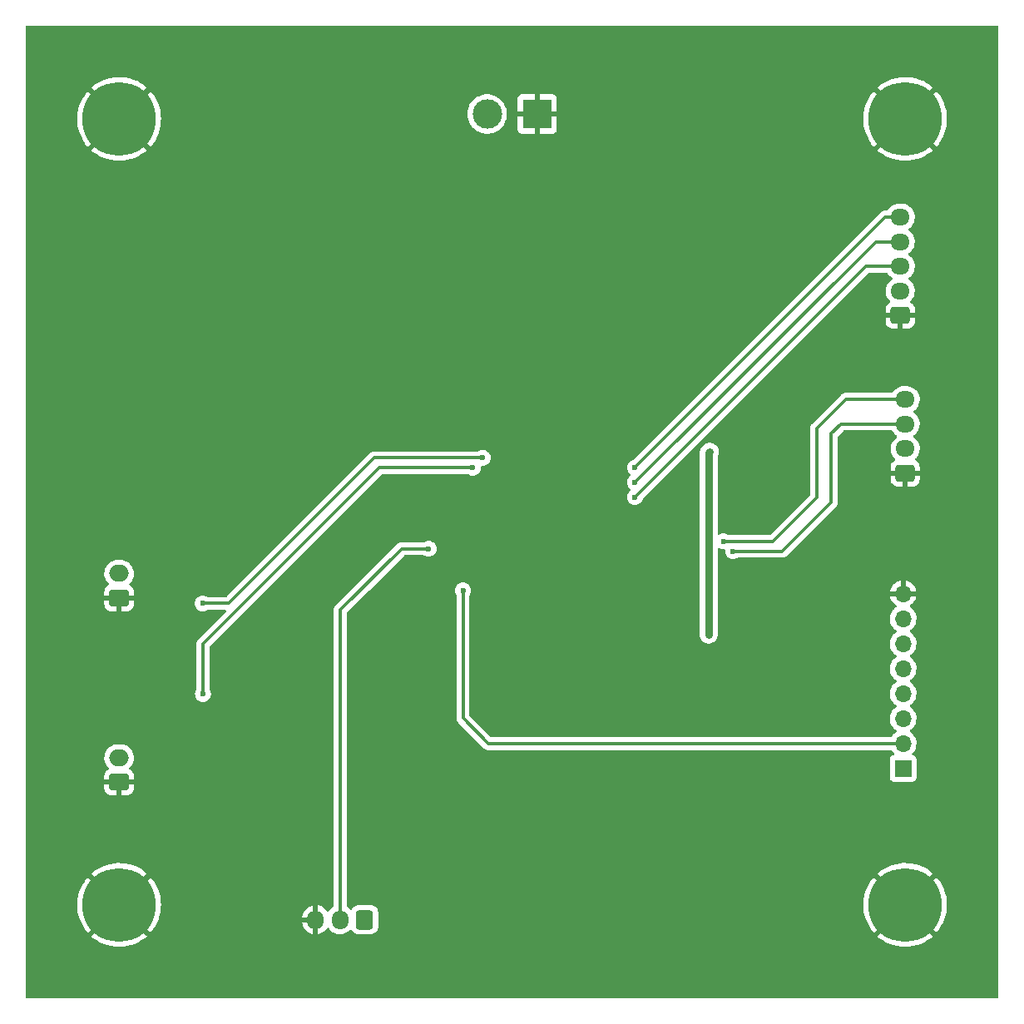
<source format=gbr>
%TF.GenerationSoftware,KiCad,Pcbnew,6.0.11-2627ca5db0~126~ubuntu22.04.1*%
%TF.CreationDate,2023-04-06T15:07:13+02:00*%
%TF.ProjectId,Subductor_carte_commande,53756264-7563-4746-9f72-5f6361727465,rev?*%
%TF.SameCoordinates,Original*%
%TF.FileFunction,Copper,L4,Bot*%
%TF.FilePolarity,Positive*%
%FSLAX46Y46*%
G04 Gerber Fmt 4.6, Leading zero omitted, Abs format (unit mm)*
G04 Created by KiCad (PCBNEW 6.0.11-2627ca5db0~126~ubuntu22.04.1) date 2023-04-06 15:07:13*
%MOMM*%
%LPD*%
G01*
G04 APERTURE LIST*
G04 Aperture macros list*
%AMRoundRect*
0 Rectangle with rounded corners*
0 $1 Rounding radius*
0 $2 $3 $4 $5 $6 $7 $8 $9 X,Y pos of 4 corners*
0 Add a 4 corners polygon primitive as box body*
4,1,4,$2,$3,$4,$5,$6,$7,$8,$9,$2,$3,0*
0 Add four circle primitives for the rounded corners*
1,1,$1+$1,$2,$3*
1,1,$1+$1,$4,$5*
1,1,$1+$1,$6,$7*
1,1,$1+$1,$8,$9*
0 Add four rect primitives between the rounded corners*
20,1,$1+$1,$2,$3,$4,$5,0*
20,1,$1+$1,$4,$5,$6,$7,0*
20,1,$1+$1,$6,$7,$8,$9,0*
20,1,$1+$1,$8,$9,$2,$3,0*%
G04 Aperture macros list end*
%TA.AperFunction,ComponentPad*%
%ADD10RoundRect,0.250000X0.600000X0.725000X-0.600000X0.725000X-0.600000X-0.725000X0.600000X-0.725000X0*%
%TD*%
%TA.AperFunction,ComponentPad*%
%ADD11O,1.700000X1.950000*%
%TD*%
%TA.AperFunction,ComponentPad*%
%ADD12RoundRect,0.250000X0.750000X-0.600000X0.750000X0.600000X-0.750000X0.600000X-0.750000X-0.600000X0*%
%TD*%
%TA.AperFunction,ComponentPad*%
%ADD13O,2.000000X1.700000*%
%TD*%
%TA.AperFunction,ComponentPad*%
%ADD14RoundRect,0.250000X0.725000X-0.600000X0.725000X0.600000X-0.725000X0.600000X-0.725000X-0.600000X0*%
%TD*%
%TA.AperFunction,ComponentPad*%
%ADD15O,1.950000X1.700000*%
%TD*%
%TA.AperFunction,ComponentPad*%
%ADD16R,3.000000X3.000000*%
%TD*%
%TA.AperFunction,ComponentPad*%
%ADD17C,3.000000*%
%TD*%
%TA.AperFunction,ComponentPad*%
%ADD18R,1.700000X1.700000*%
%TD*%
%TA.AperFunction,ComponentPad*%
%ADD19O,1.700000X1.700000*%
%TD*%
%TA.AperFunction,ComponentPad*%
%ADD20C,7.500000*%
%TD*%
%TA.AperFunction,ViaPad*%
%ADD21C,0.600000*%
%TD*%
%TA.AperFunction,Conductor*%
%ADD22C,0.800000*%
%TD*%
%TA.AperFunction,Conductor*%
%ADD23C,0.300000*%
%TD*%
G04 APERTURE END LIST*
D10*
%TO.P,J7,1,Pin_1*%
%TO.N,+5V*%
X60000000Y-116500000D03*
D11*
%TO.P,J7,2,Pin_2*%
%TO.N,BUZZER*%
X57500000Y-116500000D03*
%TO.P,J7,3,Pin_3*%
%TO.N,GND*%
X55000000Y-116500000D03*
%TD*%
D12*
%TO.P,J5,1,Pin_1*%
%TO.N,GND*%
X35000000Y-83750000D03*
D13*
%TO.P,J5,2,Pin_2*%
%TO.N,Bouton1*%
X35000000Y-81250000D03*
%TD*%
D14*
%TO.P,J2,1,Pin_1*%
%TO.N,GND*%
X115000000Y-71050000D03*
D15*
%TO.P,J2,2,Pin_2*%
%TO.N,+5V*%
X115000000Y-68550000D03*
%TO.P,J2,3,Pin_3*%
%TO.N,SDA*%
X115000000Y-66050000D03*
%TO.P,J2,4,Pin_4*%
%TO.N,SCL*%
X115000000Y-63550000D03*
%TD*%
D14*
%TO.P,J3,1,Pin_1*%
%TO.N,GND*%
X114500000Y-55000000D03*
D15*
%TO.P,J3,2,Pin_2*%
%TO.N,+5V*%
X114500000Y-52500000D03*
%TO.P,J3,3,Pin_3*%
%TO.N,SW*%
X114500000Y-50000000D03*
%TO.P,J3,4,Pin_4*%
%TO.N,DT*%
X114500000Y-47500000D03*
%TO.P,J3,5,Pin_5*%
%TO.N,CLK*%
X114500000Y-45000000D03*
%TD*%
D16*
%TO.P,J1,1,Pin_1*%
%TO.N,GND*%
X77540000Y-34500000D03*
D17*
%TO.P,J1,2,Pin_2*%
%TO.N,+5V*%
X72460000Y-34500000D03*
%TD*%
D18*
%TO.P,J4,1,Pin_1*%
%TO.N,+5V*%
X114800000Y-101100000D03*
D19*
%TO.P,J4,2,Pin_2*%
%TO.N,MISO*%
X114800000Y-98560000D03*
%TO.P,J4,3,Pin_3*%
%TO.N,MOSI*%
X114800000Y-96020000D03*
%TO.P,J4,4,Pin_4*%
%TO.N,SCK*%
X114800000Y-93480000D03*
%TO.P,J4,5,Pin_5*%
%TO.N,RST*%
X114800000Y-90940000D03*
%TO.P,J4,6,Pin_6*%
%TO.N,UART TX*%
X114800000Y-88400000D03*
%TO.P,J4,7,Pin_7*%
%TO.N,UART RX*%
X114800000Y-85860000D03*
%TO.P,J4,8,Pin_8*%
%TO.N,GND*%
X114800000Y-83320000D03*
%TD*%
D20*
%TO.P,H1,1,1*%
%TO.N,GND*%
X35000000Y-35000000D03*
%TD*%
%TO.P,H4,1,1*%
%TO.N,GND*%
X115000000Y-115000000D03*
%TD*%
D12*
%TO.P,J6,1,Pin_1*%
%TO.N,GND*%
X35000000Y-102500000D03*
D13*
%TO.P,J6,2,Pin_2*%
%TO.N,Bouton2*%
X35000000Y-100000000D03*
%TD*%
D20*
%TO.P,H3,1,1*%
%TO.N,GND*%
X35000000Y-115000000D03*
%TD*%
%TO.P,H2,1,1*%
%TO.N,GND*%
X115000000Y-35000000D03*
%TD*%
D21*
%TO.N,+5V*%
X95000000Y-87500000D03*
%TO.N,BUZZER*%
X66500000Y-78750000D03*
%TO.N,GND*%
X77900000Y-83400000D03*
X77100000Y-71900000D03*
X77100000Y-71000000D03*
X78700000Y-71000000D03*
X78700000Y-71800000D03*
X72500000Y-67000000D03*
X77500000Y-67000000D03*
%TO.N,+5V*%
X95120000Y-68880000D03*
%TO.N,SDA*%
X97500000Y-79000000D03*
%TO.N,SCL*%
X96500000Y-78000000D03*
%TO.N,MISO*%
X70000000Y-83000000D03*
%TO.N,Bouton1*%
X43500000Y-84316250D03*
X72000000Y-69500000D03*
%TO.N,Bouton2*%
X71000000Y-70500000D03*
X43537500Y-93537500D03*
%TO.N,SW*%
X87500000Y-73500000D03*
%TO.N,DT*%
X87500000Y-72000000D03*
%TO.N,CLK*%
X87500000Y-70500000D03*
%TD*%
D22*
%TO.N,+5V*%
X95120000Y-68880000D02*
X95000000Y-69000000D01*
X95000000Y-69000000D02*
X95000000Y-87500000D01*
D23*
%TO.N,BUZZER*%
X66500000Y-78750000D02*
X63750000Y-78750000D01*
X63750000Y-78750000D02*
X57500000Y-85000000D01*
X57500000Y-85000000D02*
X57500000Y-116500000D01*
%TO.N,SDA*%
X108450000Y-66050000D02*
X115000000Y-66050000D01*
X107500000Y-74000000D02*
X107500000Y-67000000D01*
X97500000Y-79000000D02*
X102500000Y-79000000D01*
X102500000Y-79000000D02*
X107500000Y-74000000D01*
X107500000Y-67000000D02*
X108450000Y-66050000D01*
%TO.N,SCL*%
X96500000Y-78000000D02*
X101500000Y-78000000D01*
X106000000Y-66500000D02*
X108950000Y-63550000D01*
X101500000Y-78000000D02*
X106000000Y-73500000D01*
X106000000Y-73500000D02*
X106000000Y-66500000D01*
X108950000Y-63550000D02*
X115000000Y-63550000D01*
%TO.N,MISO*%
X70000000Y-96000000D02*
X72600000Y-98600000D01*
X72600000Y-98600000D02*
X114800000Y-98600000D01*
X70000000Y-83000000D02*
X70000000Y-96000000D01*
%TO.N,Bouton1*%
X46183750Y-84316250D02*
X61000000Y-69500000D01*
X61000000Y-69500000D02*
X72000000Y-69500000D01*
X43500000Y-84316250D02*
X46183750Y-84316250D01*
%TO.N,Bouton2*%
X43537500Y-88462500D02*
X61500000Y-70500000D01*
X43537500Y-93537500D02*
X43537500Y-88462500D01*
X61500000Y-70500000D02*
X71000000Y-70500000D01*
%TO.N,SW*%
X87500000Y-73500000D02*
X111000000Y-50000000D01*
X111000000Y-50000000D02*
X114500000Y-50000000D01*
%TO.N,DT*%
X87500000Y-72000000D02*
X112000000Y-47500000D01*
X112000000Y-47500000D02*
X114500000Y-47500000D01*
%TO.N,CLK*%
X87500000Y-70500000D02*
X113000000Y-45000000D01*
X113000000Y-45000000D02*
X114500000Y-45000000D01*
%TD*%
%TA.AperFunction,Conductor*%
%TO.N,GND*%
G36*
X124433621Y-25528502D02*
G01*
X124480114Y-25582158D01*
X124491500Y-25634500D01*
X124491500Y-124365500D01*
X124471498Y-124433621D01*
X124417842Y-124480114D01*
X124365500Y-124491500D01*
X25634500Y-124491500D01*
X25566379Y-124471498D01*
X25519886Y-124417842D01*
X25508500Y-124365500D01*
X25508500Y-118186434D01*
X32178921Y-118186434D01*
X32185708Y-118196135D01*
X32385023Y-118366365D01*
X32389709Y-118370000D01*
X32713442Y-118597523D01*
X32718432Y-118600690D01*
X33062141Y-118796739D01*
X33067422Y-118799429D01*
X33428053Y-118962260D01*
X33433544Y-118964434D01*
X33807906Y-119092607D01*
X33813590Y-119094259D01*
X34198347Y-119186631D01*
X34204162Y-119187740D01*
X34595889Y-119243490D01*
X34601802Y-119244049D01*
X34997031Y-119262688D01*
X35002969Y-119262688D01*
X35398198Y-119244049D01*
X35404111Y-119243490D01*
X35795838Y-119187740D01*
X35801653Y-119186631D01*
X36186410Y-119094259D01*
X36192094Y-119092607D01*
X36566456Y-118964434D01*
X36571947Y-118962260D01*
X36932578Y-118799429D01*
X36937859Y-118796739D01*
X37281568Y-118600690D01*
X37286558Y-118597523D01*
X37610291Y-118370000D01*
X37614977Y-118366365D01*
X37812722Y-118197476D01*
X37819930Y-118186434D01*
X112178921Y-118186434D01*
X112185708Y-118196135D01*
X112385023Y-118366365D01*
X112389709Y-118370000D01*
X112713442Y-118597523D01*
X112718432Y-118600690D01*
X113062141Y-118796739D01*
X113067422Y-118799429D01*
X113428053Y-118962260D01*
X113433544Y-118964434D01*
X113807906Y-119092607D01*
X113813590Y-119094259D01*
X114198347Y-119186631D01*
X114204162Y-119187740D01*
X114595889Y-119243490D01*
X114601802Y-119244049D01*
X114997031Y-119262688D01*
X115002969Y-119262688D01*
X115398198Y-119244049D01*
X115404111Y-119243490D01*
X115795838Y-119187740D01*
X115801653Y-119186631D01*
X116186410Y-119094259D01*
X116192094Y-119092607D01*
X116566456Y-118964434D01*
X116571947Y-118962260D01*
X116932578Y-118799429D01*
X116937859Y-118796739D01*
X117281568Y-118600690D01*
X117286558Y-118597523D01*
X117610291Y-118370000D01*
X117614977Y-118366365D01*
X117812722Y-118197476D01*
X117821152Y-118184562D01*
X117815145Y-118174355D01*
X115012812Y-115372022D01*
X114998868Y-115364408D01*
X114997035Y-115364539D01*
X114990420Y-115368790D01*
X112186313Y-118172897D01*
X112178921Y-118186434D01*
X37819930Y-118186434D01*
X37821152Y-118184562D01*
X37815145Y-118174355D01*
X35012812Y-115372022D01*
X34998868Y-115364408D01*
X34997035Y-115364539D01*
X34990420Y-115368790D01*
X32186313Y-118172897D01*
X32178921Y-118186434D01*
X25508500Y-118186434D01*
X25508500Y-114869073D01*
X30739322Y-114869073D01*
X30745537Y-115264679D01*
X30745911Y-115270629D01*
X30789327Y-115663895D01*
X30790257Y-115669766D01*
X30870494Y-116057212D01*
X30871970Y-116062960D01*
X30988316Y-116441151D01*
X30990320Y-116446716D01*
X31141745Y-116812288D01*
X31144267Y-116817647D01*
X31329411Y-117167323D01*
X31332436Y-117172440D01*
X31549669Y-117503144D01*
X31553159Y-117507947D01*
X31800292Y-117816420D01*
X31813130Y-117823694D01*
X31814439Y-117823621D01*
X31821852Y-117818938D01*
X34627978Y-115012812D01*
X34634356Y-115001132D01*
X35364408Y-115001132D01*
X35364539Y-115002965D01*
X35368790Y-115009580D01*
X38175271Y-117816061D01*
X38189215Y-117823675D01*
X38190524Y-117823582D01*
X38197360Y-117819112D01*
X38199454Y-117816737D01*
X38446841Y-117507947D01*
X38450331Y-117503144D01*
X38667564Y-117172440D01*
X38670589Y-117167323D01*
X38855733Y-116817647D01*
X38858255Y-116812288D01*
X38875691Y-116770193D01*
X53649410Y-116770193D01*
X53656124Y-116849325D01*
X53657914Y-116859797D01*
X53713130Y-117072535D01*
X53716665Y-117082575D01*
X53806937Y-117282970D01*
X53812106Y-117292256D01*
X53934850Y-117474575D01*
X53941519Y-117482870D01*
X54093228Y-117641900D01*
X54101186Y-117648941D01*
X54277525Y-117780141D01*
X54286562Y-117785745D01*
X54482484Y-117885357D01*
X54492335Y-117889357D01*
X54702240Y-117954534D01*
X54712624Y-117956817D01*
X54728043Y-117958861D01*
X54742207Y-117956665D01*
X54746000Y-117943478D01*
X54746000Y-117941192D01*
X55254000Y-117941192D01*
X55257973Y-117954723D01*
X55268580Y-117956248D01*
X55386421Y-117931523D01*
X55396617Y-117928463D01*
X55601029Y-117847737D01*
X55610561Y-117843006D01*
X55798462Y-117728984D01*
X55807052Y-117722720D01*
X55973052Y-117578673D01*
X55980472Y-117571042D01*
X56119826Y-117401089D01*
X56125848Y-117392326D01*
X56141238Y-117365289D01*
X56192320Y-117315982D01*
X56261951Y-117302120D01*
X56328022Y-117328103D01*
X56355261Y-117357253D01*
X56384773Y-117401089D01*
X56437441Y-117479319D01*
X56441120Y-117483176D01*
X56441122Y-117483178D01*
X56502710Y-117547738D01*
X56596576Y-117646135D01*
X56781542Y-117783754D01*
X56786293Y-117786170D01*
X56786297Y-117786172D01*
X56860061Y-117823675D01*
X56987051Y-117888240D01*
X56992145Y-117889822D01*
X56992148Y-117889823D01*
X57157583Y-117941192D01*
X57207227Y-117956607D01*
X57212516Y-117957308D01*
X57430489Y-117986198D01*
X57430494Y-117986198D01*
X57435774Y-117986898D01*
X57441103Y-117986698D01*
X57441105Y-117986698D01*
X57550966Y-117982574D01*
X57666158Y-117978249D01*
X57688802Y-117973498D01*
X57886572Y-117932002D01*
X57891791Y-117930907D01*
X57896750Y-117928949D01*
X57896752Y-117928948D01*
X58101256Y-117848185D01*
X58101258Y-117848184D01*
X58106221Y-117846224D01*
X58111525Y-117843006D01*
X58298757Y-117729390D01*
X58298756Y-117729390D01*
X58303317Y-117726623D01*
X58343134Y-117692072D01*
X58473412Y-117579023D01*
X58473414Y-117579021D01*
X58477445Y-117575523D01*
X58506670Y-117539880D01*
X58565329Y-117499886D01*
X58636299Y-117497954D01*
X58697048Y-117534698D01*
X58711248Y-117553468D01*
X58727062Y-117579023D01*
X58801522Y-117699348D01*
X58926697Y-117824305D01*
X58932927Y-117828145D01*
X58932928Y-117828146D01*
X59070090Y-117912694D01*
X59077262Y-117917115D01*
X59112938Y-117928948D01*
X59238611Y-117970632D01*
X59238613Y-117970632D01*
X59245139Y-117972797D01*
X59251975Y-117973497D01*
X59251978Y-117973498D01*
X59287663Y-117977154D01*
X59349600Y-117983500D01*
X60650400Y-117983500D01*
X60653646Y-117983163D01*
X60653650Y-117983163D01*
X60749308Y-117973238D01*
X60749312Y-117973237D01*
X60756166Y-117972526D01*
X60762702Y-117970345D01*
X60762704Y-117970345D01*
X60894806Y-117926272D01*
X60923946Y-117916550D01*
X61074348Y-117823478D01*
X61199305Y-117698303D01*
X61231462Y-117646135D01*
X61288275Y-117553968D01*
X61288276Y-117553966D01*
X61292115Y-117547738D01*
X61347797Y-117379861D01*
X61350114Y-117357253D01*
X61358172Y-117278598D01*
X61358500Y-117275400D01*
X61358500Y-115724600D01*
X61352811Y-115669766D01*
X61348238Y-115625692D01*
X61348237Y-115625688D01*
X61347526Y-115618834D01*
X61340785Y-115598627D01*
X61293868Y-115458002D01*
X61291550Y-115451054D01*
X61198478Y-115300652D01*
X61073303Y-115175695D01*
X61042965Y-115156994D01*
X60928968Y-115086725D01*
X60928966Y-115086724D01*
X60922738Y-115082885D01*
X60803498Y-115043335D01*
X60761389Y-115029368D01*
X60761387Y-115029368D01*
X60754861Y-115027203D01*
X60748025Y-115026503D01*
X60748022Y-115026502D01*
X60704969Y-115022091D01*
X60650400Y-115016500D01*
X59349600Y-115016500D01*
X59346354Y-115016837D01*
X59346350Y-115016837D01*
X59250692Y-115026762D01*
X59250688Y-115026763D01*
X59243834Y-115027474D01*
X59237298Y-115029655D01*
X59237296Y-115029655D01*
X59105194Y-115073728D01*
X59076054Y-115083450D01*
X58925652Y-115176522D01*
X58800695Y-115301697D01*
X58727170Y-115420977D01*
X58710920Y-115447339D01*
X58658148Y-115494832D01*
X58588076Y-115506256D01*
X58522952Y-115477982D01*
X58512490Y-115468195D01*
X58420745Y-115372022D01*
X58403424Y-115353865D01*
X58218458Y-115216246D01*
X58217298Y-115215656D01*
X58170750Y-115163664D01*
X58158500Y-115109471D01*
X58158500Y-114869073D01*
X110739322Y-114869073D01*
X110745537Y-115264679D01*
X110745911Y-115270629D01*
X110789327Y-115663895D01*
X110790257Y-115669766D01*
X110870494Y-116057212D01*
X110871970Y-116062960D01*
X110988316Y-116441151D01*
X110990320Y-116446716D01*
X111141745Y-116812288D01*
X111144267Y-116817647D01*
X111329411Y-117167323D01*
X111332436Y-117172440D01*
X111549669Y-117503144D01*
X111553159Y-117507947D01*
X111800292Y-117816420D01*
X111813130Y-117823694D01*
X111814439Y-117823621D01*
X111821852Y-117818938D01*
X114627978Y-115012812D01*
X114634356Y-115001132D01*
X115364408Y-115001132D01*
X115364539Y-115002965D01*
X115368790Y-115009580D01*
X118175271Y-117816061D01*
X118189215Y-117823675D01*
X118190524Y-117823582D01*
X118197360Y-117819112D01*
X118199454Y-117816737D01*
X118446841Y-117507947D01*
X118450331Y-117503144D01*
X118667564Y-117172440D01*
X118670589Y-117167323D01*
X118855733Y-116817647D01*
X118858255Y-116812288D01*
X119009680Y-116446716D01*
X119011684Y-116441151D01*
X119128030Y-116062960D01*
X119129506Y-116057212D01*
X119209743Y-115669766D01*
X119210673Y-115663895D01*
X119254145Y-115270124D01*
X119254494Y-115265196D01*
X119262750Y-115002468D01*
X119262711Y-114997530D01*
X119244049Y-114601802D01*
X119243490Y-114595889D01*
X119187740Y-114204162D01*
X119186631Y-114198347D01*
X119094259Y-113813590D01*
X119092607Y-113807906D01*
X118964434Y-113433544D01*
X118962260Y-113428053D01*
X118799429Y-113067422D01*
X118796739Y-113062141D01*
X118600690Y-112718432D01*
X118597523Y-112713442D01*
X118370000Y-112389709D01*
X118366365Y-112385023D01*
X118197476Y-112187278D01*
X118184562Y-112178848D01*
X118174355Y-112184855D01*
X115372022Y-114987188D01*
X115364408Y-115001132D01*
X114634356Y-115001132D01*
X114635592Y-114998868D01*
X114635461Y-114997035D01*
X114631210Y-114990420D01*
X111827402Y-112186612D01*
X111813458Y-112178998D01*
X111813205Y-112179016D01*
X111804463Y-112184930D01*
X111717436Y-112280572D01*
X111713649Y-112285150D01*
X111476088Y-112601551D01*
X111472744Y-112606471D01*
X111266001Y-112943845D01*
X111263153Y-112949025D01*
X111089072Y-113304370D01*
X111086723Y-113309797D01*
X110946858Y-113679939D01*
X110945026Y-113685578D01*
X110840622Y-114067215D01*
X110839323Y-114073028D01*
X110771295Y-114462811D01*
X110770554Y-114468674D01*
X110739507Y-114863147D01*
X110739322Y-114869073D01*
X58158500Y-114869073D01*
X58158500Y-111815964D01*
X112178939Y-111815964D01*
X112178945Y-111816217D01*
X112184445Y-111825235D01*
X114987188Y-114627978D01*
X115001132Y-114635592D01*
X115002965Y-114635461D01*
X115009580Y-114631210D01*
X117816061Y-111824729D01*
X117823675Y-111810785D01*
X117823582Y-111809476D01*
X117819112Y-111802640D01*
X117816737Y-111800546D01*
X117507947Y-111553159D01*
X117503144Y-111549669D01*
X117172440Y-111332436D01*
X117167323Y-111329411D01*
X116817647Y-111144267D01*
X116812288Y-111141745D01*
X116446716Y-110990320D01*
X116441151Y-110988316D01*
X116062960Y-110871970D01*
X116057212Y-110870494D01*
X115669766Y-110790257D01*
X115663895Y-110789327D01*
X115270629Y-110745911D01*
X115264679Y-110745537D01*
X114869073Y-110739322D01*
X114863147Y-110739507D01*
X114468674Y-110770554D01*
X114462811Y-110771295D01*
X114073028Y-110839323D01*
X114067215Y-110840622D01*
X113685578Y-110945026D01*
X113679939Y-110946858D01*
X113309797Y-111086723D01*
X113304370Y-111089072D01*
X112949025Y-111263153D01*
X112943845Y-111266001D01*
X112606471Y-111472744D01*
X112601551Y-111476088D01*
X112285150Y-111713649D01*
X112280572Y-111717436D01*
X112187199Y-111802398D01*
X112178939Y-111815964D01*
X58158500Y-111815964D01*
X58158500Y-85324950D01*
X58178502Y-85256829D01*
X58195405Y-85235855D01*
X60442620Y-82988640D01*
X69186463Y-82988640D01*
X69204163Y-83169160D01*
X69261418Y-83341273D01*
X69265065Y-83347295D01*
X69265066Y-83347297D01*
X69323276Y-83443413D01*
X69341500Y-83508684D01*
X69341500Y-95917944D01*
X69340941Y-95929800D01*
X69339212Y-95937537D01*
X69339461Y-95945459D01*
X69341438Y-96008369D01*
X69341500Y-96012327D01*
X69341500Y-96041432D01*
X69342056Y-96045832D01*
X69342988Y-96057664D01*
X69344438Y-96103831D01*
X69346650Y-96111444D01*
X69346650Y-96111445D01*
X69350419Y-96124416D01*
X69354430Y-96143782D01*
X69357118Y-96165064D01*
X69360034Y-96172429D01*
X69360035Y-96172433D01*
X69374126Y-96208021D01*
X69377965Y-96219231D01*
X69390855Y-96263600D01*
X69401775Y-96282065D01*
X69410466Y-96299805D01*
X69418365Y-96319756D01*
X69445516Y-96357126D01*
X69452033Y-96367048D01*
X69471507Y-96399977D01*
X69471510Y-96399981D01*
X69475547Y-96406807D01*
X69490711Y-96421971D01*
X69503551Y-96437004D01*
X69516159Y-96454357D01*
X69551752Y-96483802D01*
X69560532Y-96491792D01*
X72076341Y-99007600D01*
X72084331Y-99016381D01*
X72084339Y-99016390D01*
X72088584Y-99023080D01*
X72094359Y-99028503D01*
X72140274Y-99071620D01*
X72143116Y-99074375D01*
X72163667Y-99094926D01*
X72166801Y-99097357D01*
X72167163Y-99097638D01*
X72176191Y-99105348D01*
X72209867Y-99136972D01*
X72216818Y-99140793D01*
X72216819Y-99140794D01*
X72228655Y-99147301D01*
X72245183Y-99158157D01*
X72262131Y-99171304D01*
X72304545Y-99189659D01*
X72315183Y-99194871D01*
X72355663Y-99217124D01*
X72363340Y-99219095D01*
X72363345Y-99219097D01*
X72376426Y-99222455D01*
X72395134Y-99228860D01*
X72414823Y-99237380D01*
X72422649Y-99238619D01*
X72422651Y-99238620D01*
X72447159Y-99242501D01*
X72460459Y-99244608D01*
X72472070Y-99247012D01*
X72503107Y-99254981D01*
X72509135Y-99256529D01*
X72509136Y-99256529D01*
X72516812Y-99258500D01*
X72538258Y-99258500D01*
X72557968Y-99260051D01*
X72579151Y-99263406D01*
X72625140Y-99259059D01*
X72636995Y-99258500D01*
X113564106Y-99258500D01*
X113632227Y-99278502D01*
X113671539Y-99318665D01*
X113699987Y-99365088D01*
X113846250Y-99533938D01*
X113850230Y-99537242D01*
X113854981Y-99541187D01*
X113894616Y-99600090D01*
X113896113Y-99671071D01*
X113858997Y-99731593D01*
X113818724Y-99756112D01*
X113703295Y-99799385D01*
X113586739Y-99886739D01*
X113499385Y-100003295D01*
X113448255Y-100139684D01*
X113441500Y-100201866D01*
X113441500Y-101998134D01*
X113448255Y-102060316D01*
X113499385Y-102196705D01*
X113586739Y-102313261D01*
X113703295Y-102400615D01*
X113839684Y-102451745D01*
X113901866Y-102458500D01*
X115698134Y-102458500D01*
X115760316Y-102451745D01*
X115896705Y-102400615D01*
X116013261Y-102313261D01*
X116100615Y-102196705D01*
X116151745Y-102060316D01*
X116158500Y-101998134D01*
X116158500Y-100201866D01*
X116151745Y-100139684D01*
X116100615Y-100003295D01*
X116013261Y-99886739D01*
X115896705Y-99799385D01*
X115884132Y-99794672D01*
X115778203Y-99754960D01*
X115721439Y-99712318D01*
X115696739Y-99645756D01*
X115711947Y-99576408D01*
X115733493Y-99547727D01*
X115751251Y-99530031D01*
X115838096Y-99443489D01*
X115968453Y-99262077D01*
X115982215Y-99234233D01*
X116065136Y-99066453D01*
X116065137Y-99066451D01*
X116067430Y-99061811D01*
X116132370Y-98848069D01*
X116161529Y-98626590D01*
X116163156Y-98560000D01*
X116144852Y-98337361D01*
X116090431Y-98120702D01*
X116001354Y-97915840D01*
X115880014Y-97728277D01*
X115729670Y-97563051D01*
X115725619Y-97559852D01*
X115725615Y-97559848D01*
X115558414Y-97427800D01*
X115558410Y-97427798D01*
X115554359Y-97424598D01*
X115513053Y-97401796D01*
X115463084Y-97351364D01*
X115448312Y-97281921D01*
X115473428Y-97215516D01*
X115500780Y-97188909D01*
X115544603Y-97157650D01*
X115679860Y-97061173D01*
X115838096Y-96903489D01*
X115897594Y-96820689D01*
X115965435Y-96726277D01*
X115968453Y-96722077D01*
X116067430Y-96521811D01*
X116132370Y-96308069D01*
X116161529Y-96086590D01*
X116162537Y-96045346D01*
X116163074Y-96023365D01*
X116163074Y-96023361D01*
X116163156Y-96020000D01*
X116144852Y-95797361D01*
X116090431Y-95580702D01*
X116001354Y-95375840D01*
X115880014Y-95188277D01*
X115729670Y-95023051D01*
X115725619Y-95019852D01*
X115725615Y-95019848D01*
X115558414Y-94887800D01*
X115558410Y-94887798D01*
X115554359Y-94884598D01*
X115513053Y-94861796D01*
X115463084Y-94811364D01*
X115448312Y-94741921D01*
X115473428Y-94675516D01*
X115500780Y-94648909D01*
X115544603Y-94617650D01*
X115679860Y-94521173D01*
X115838096Y-94363489D01*
X115866120Y-94324490D01*
X115965435Y-94186277D01*
X115968453Y-94182077D01*
X115977189Y-94164402D01*
X116065136Y-93986453D01*
X116065137Y-93986451D01*
X116067430Y-93981811D01*
X116132370Y-93768069D01*
X116161529Y-93546590D01*
X116163156Y-93480000D01*
X116144852Y-93257361D01*
X116090431Y-93040702D01*
X116001354Y-92835840D01*
X115880014Y-92648277D01*
X115729670Y-92483051D01*
X115725619Y-92479852D01*
X115725615Y-92479848D01*
X115558414Y-92347800D01*
X115558410Y-92347798D01*
X115554359Y-92344598D01*
X115513053Y-92321796D01*
X115463084Y-92271364D01*
X115448312Y-92201921D01*
X115473428Y-92135516D01*
X115500780Y-92108909D01*
X115544603Y-92077650D01*
X115679860Y-91981173D01*
X115838096Y-91823489D01*
X115897594Y-91740689D01*
X115965435Y-91646277D01*
X115968453Y-91642077D01*
X116067430Y-91441811D01*
X116132370Y-91228069D01*
X116161529Y-91006590D01*
X116163156Y-90940000D01*
X116144852Y-90717361D01*
X116090431Y-90500702D01*
X116001354Y-90295840D01*
X115880014Y-90108277D01*
X115729670Y-89943051D01*
X115725619Y-89939852D01*
X115725615Y-89939848D01*
X115558414Y-89807800D01*
X115558410Y-89807798D01*
X115554359Y-89804598D01*
X115513053Y-89781796D01*
X115463084Y-89731364D01*
X115448312Y-89661921D01*
X115473428Y-89595516D01*
X115500780Y-89568909D01*
X115544603Y-89537650D01*
X115679860Y-89441173D01*
X115838096Y-89283489D01*
X115897594Y-89200689D01*
X115965435Y-89106277D01*
X115968453Y-89102077D01*
X116067430Y-88901811D01*
X116118032Y-88735260D01*
X116130865Y-88693023D01*
X116130865Y-88693021D01*
X116132370Y-88688069D01*
X116161529Y-88466590D01*
X116162895Y-88410676D01*
X116163074Y-88403365D01*
X116163074Y-88403361D01*
X116163156Y-88400000D01*
X116144852Y-88177361D01*
X116090431Y-87960702D01*
X116001354Y-87755840D01*
X115880014Y-87568277D01*
X115729670Y-87403051D01*
X115725619Y-87399852D01*
X115725615Y-87399848D01*
X115558414Y-87267800D01*
X115558410Y-87267798D01*
X115554359Y-87264598D01*
X115513053Y-87241796D01*
X115463084Y-87191364D01*
X115448312Y-87121921D01*
X115473428Y-87055516D01*
X115500780Y-87028909D01*
X115544603Y-86997650D01*
X115679860Y-86901173D01*
X115838096Y-86743489D01*
X115897594Y-86660689D01*
X115965435Y-86566277D01*
X115968453Y-86562077D01*
X116067430Y-86361811D01*
X116132370Y-86148069D01*
X116161529Y-85926590D01*
X116163156Y-85860000D01*
X116144852Y-85637361D01*
X116090431Y-85420702D01*
X116001354Y-85215840D01*
X115945207Y-85129050D01*
X115882822Y-85032617D01*
X115882820Y-85032614D01*
X115880014Y-85028277D01*
X115729670Y-84863051D01*
X115725619Y-84859852D01*
X115725615Y-84859848D01*
X115558414Y-84727800D01*
X115558410Y-84727798D01*
X115554359Y-84724598D01*
X115537326Y-84715195D01*
X115521587Y-84706507D01*
X115512569Y-84701529D01*
X115462598Y-84651097D01*
X115447826Y-84581654D01*
X115472942Y-84515248D01*
X115500294Y-84488641D01*
X115675328Y-84363792D01*
X115683200Y-84357139D01*
X115834052Y-84206812D01*
X115840730Y-84198965D01*
X115965003Y-84026020D01*
X115970313Y-84017183D01*
X116064670Y-83826267D01*
X116068469Y-83816672D01*
X116130377Y-83612910D01*
X116132555Y-83602837D01*
X116133986Y-83591962D01*
X116131775Y-83577778D01*
X116118617Y-83574000D01*
X113483225Y-83574000D01*
X113469694Y-83577973D01*
X113468257Y-83587966D01*
X113498565Y-83722446D01*
X113501645Y-83732275D01*
X113581770Y-83929603D01*
X113586413Y-83938794D01*
X113697694Y-84120388D01*
X113703777Y-84128699D01*
X113843213Y-84289667D01*
X113850580Y-84296883D01*
X114014434Y-84432916D01*
X114022881Y-84438831D01*
X114091969Y-84479203D01*
X114140693Y-84530842D01*
X114153764Y-84600625D01*
X114127033Y-84666396D01*
X114086584Y-84699752D01*
X114073607Y-84706507D01*
X114069474Y-84709610D01*
X114069471Y-84709612D01*
X113910184Y-84829208D01*
X113894965Y-84840635D01*
X113891393Y-84844373D01*
X113766802Y-84974750D01*
X113740629Y-85002138D01*
X113737715Y-85006410D01*
X113737714Y-85006411D01*
X113719838Y-85032617D01*
X113614743Y-85186680D01*
X113520688Y-85389305D01*
X113460989Y-85604570D01*
X113437251Y-85826695D01*
X113437548Y-85831848D01*
X113437548Y-85831851D01*
X113443011Y-85926590D01*
X113450110Y-86049715D01*
X113451247Y-86054761D01*
X113451248Y-86054767D01*
X113471119Y-86142939D01*
X113499222Y-86267639D01*
X113583266Y-86474616D01*
X113699987Y-86665088D01*
X113846250Y-86833938D01*
X114018126Y-86976632D01*
X114088595Y-87017811D01*
X114091445Y-87019476D01*
X114140169Y-87071114D01*
X114153240Y-87140897D01*
X114126509Y-87206669D01*
X114086055Y-87240027D01*
X114073607Y-87246507D01*
X114069474Y-87249610D01*
X114069471Y-87249612D01*
X114045247Y-87267800D01*
X113894965Y-87380635D01*
X113740629Y-87542138D01*
X113737715Y-87546410D01*
X113737714Y-87546411D01*
X113725404Y-87564457D01*
X113614743Y-87726680D01*
X113599003Y-87760590D01*
X113544838Y-87877279D01*
X113520688Y-87929305D01*
X113460989Y-88144570D01*
X113437251Y-88366695D01*
X113437548Y-88371848D01*
X113437548Y-88371851D01*
X113443011Y-88466590D01*
X113450110Y-88589715D01*
X113451247Y-88594761D01*
X113451248Y-88594767D01*
X113471119Y-88682939D01*
X113499222Y-88807639D01*
X113583266Y-89014616D01*
X113699987Y-89205088D01*
X113846250Y-89373938D01*
X114018126Y-89516632D01*
X114088595Y-89557811D01*
X114091445Y-89559476D01*
X114140169Y-89611114D01*
X114153240Y-89680897D01*
X114126509Y-89746669D01*
X114086055Y-89780027D01*
X114073607Y-89786507D01*
X114069474Y-89789610D01*
X114069471Y-89789612D01*
X114045247Y-89807800D01*
X113894965Y-89920635D01*
X113740629Y-90082138D01*
X113614743Y-90266680D01*
X113520688Y-90469305D01*
X113460989Y-90684570D01*
X113437251Y-90906695D01*
X113437548Y-90911848D01*
X113437548Y-90911851D01*
X113443011Y-91006590D01*
X113450110Y-91129715D01*
X113451247Y-91134761D01*
X113451248Y-91134767D01*
X113471119Y-91222939D01*
X113499222Y-91347639D01*
X113583266Y-91554616D01*
X113699987Y-91745088D01*
X113846250Y-91913938D01*
X114018126Y-92056632D01*
X114088595Y-92097811D01*
X114091445Y-92099476D01*
X114140169Y-92151114D01*
X114153240Y-92220897D01*
X114126509Y-92286669D01*
X114086055Y-92320027D01*
X114073607Y-92326507D01*
X114069474Y-92329610D01*
X114069471Y-92329612D01*
X114045247Y-92347800D01*
X113894965Y-92460635D01*
X113740629Y-92622138D01*
X113614743Y-92806680D01*
X113520688Y-93009305D01*
X113460989Y-93224570D01*
X113437251Y-93446695D01*
X113437548Y-93451848D01*
X113437548Y-93451851D01*
X113449812Y-93664547D01*
X113450110Y-93669715D01*
X113451247Y-93674761D01*
X113451248Y-93674767D01*
X113456856Y-93699651D01*
X113499222Y-93887639D01*
X113583266Y-94094616D01*
X113585965Y-94099020D01*
X113688400Y-94266179D01*
X113699987Y-94285088D01*
X113846250Y-94453938D01*
X114018126Y-94596632D01*
X114088595Y-94637811D01*
X114091445Y-94639476D01*
X114140169Y-94691114D01*
X114153240Y-94760897D01*
X114126509Y-94826669D01*
X114086055Y-94860027D01*
X114073607Y-94866507D01*
X114069474Y-94869610D01*
X114069471Y-94869612D01*
X114045247Y-94887800D01*
X113894965Y-95000635D01*
X113740629Y-95162138D01*
X113614743Y-95346680D01*
X113520688Y-95549305D01*
X113460989Y-95764570D01*
X113437251Y-95986695D01*
X113437548Y-95991848D01*
X113437548Y-95991851D01*
X113447082Y-96157204D01*
X113450110Y-96209715D01*
X113451247Y-96214761D01*
X113451248Y-96214767D01*
X113463790Y-96270418D01*
X113499222Y-96427639D01*
X113583266Y-96634616D01*
X113699987Y-96825088D01*
X113846250Y-96993938D01*
X114018126Y-97136632D01*
X114088595Y-97177811D01*
X114091445Y-97179476D01*
X114140169Y-97231114D01*
X114153240Y-97300897D01*
X114126509Y-97366669D01*
X114086055Y-97400027D01*
X114073607Y-97406507D01*
X114069474Y-97409610D01*
X114069471Y-97409612D01*
X114045247Y-97427800D01*
X113894965Y-97540635D01*
X113740629Y-97702138D01*
X113737715Y-97706410D01*
X113737714Y-97706411D01*
X113614863Y-97886504D01*
X113559952Y-97931507D01*
X113510775Y-97941500D01*
X72924949Y-97941500D01*
X72856828Y-97921498D01*
X72835854Y-97904595D01*
X70695405Y-95764145D01*
X70661379Y-95701833D01*
X70658500Y-95675050D01*
X70658500Y-83507991D01*
X70679551Y-83438265D01*
X70723643Y-83371902D01*
X70788055Y-83202338D01*
X70789035Y-83195366D01*
X70812748Y-83026639D01*
X70812748Y-83026636D01*
X70813299Y-83022717D01*
X70813616Y-83000000D01*
X70793397Y-82819745D01*
X70791080Y-82813091D01*
X70736064Y-82655106D01*
X70736062Y-82655103D01*
X70733745Y-82648448D01*
X70708071Y-82607361D01*
X70641359Y-82500598D01*
X70637626Y-82494624D01*
X70632664Y-82489627D01*
X70514778Y-82370915D01*
X70514774Y-82370912D01*
X70509815Y-82365918D01*
X70498697Y-82358862D01*
X70402643Y-82297905D01*
X70356666Y-82268727D01*
X70327463Y-82258328D01*
X70192425Y-82210243D01*
X70192420Y-82210242D01*
X70185790Y-82207881D01*
X70178802Y-82207048D01*
X70178799Y-82207047D01*
X70055698Y-82192368D01*
X70005680Y-82186404D01*
X69998677Y-82187140D01*
X69998676Y-82187140D01*
X69832288Y-82204628D01*
X69832286Y-82204629D01*
X69825288Y-82205364D01*
X69653579Y-82263818D01*
X69647575Y-82267512D01*
X69505095Y-82355166D01*
X69505092Y-82355168D01*
X69499088Y-82358862D01*
X69494053Y-82363793D01*
X69494050Y-82363795D01*
X69394505Y-82461277D01*
X69369493Y-82485771D01*
X69271235Y-82638238D01*
X69268826Y-82644858D01*
X69268824Y-82644861D01*
X69211606Y-82802066D01*
X69209197Y-82808685D01*
X69186463Y-82988640D01*
X60442620Y-82988640D01*
X63985855Y-79445405D01*
X64048167Y-79411379D01*
X64074950Y-79408500D01*
X65992107Y-79408500D01*
X66061100Y-79429068D01*
X66086066Y-79445405D01*
X66133159Y-79476222D01*
X66139763Y-79478678D01*
X66139765Y-79478679D01*
X66296558Y-79536990D01*
X66296560Y-79536990D01*
X66303168Y-79539448D01*
X66367014Y-79547967D01*
X66475980Y-79562507D01*
X66475984Y-79562507D01*
X66482961Y-79563438D01*
X66489972Y-79562800D01*
X66489976Y-79562800D01*
X66632459Y-79549832D01*
X66663600Y-79546998D01*
X66670302Y-79544820D01*
X66670304Y-79544820D01*
X66829409Y-79493124D01*
X66829412Y-79493123D01*
X66836108Y-79490947D01*
X66939911Y-79429068D01*
X66985860Y-79401677D01*
X66985862Y-79401676D01*
X66991912Y-79398069D01*
X67123266Y-79272982D01*
X67223643Y-79121902D01*
X67288055Y-78952338D01*
X67308244Y-78808685D01*
X67312748Y-78776639D01*
X67312748Y-78776636D01*
X67313299Y-78772717D01*
X67313616Y-78750000D01*
X67293397Y-78569745D01*
X67291080Y-78563091D01*
X67236064Y-78405106D01*
X67236062Y-78405103D01*
X67233745Y-78398448D01*
X67137626Y-78244624D01*
X67114670Y-78221507D01*
X67014778Y-78120915D01*
X67014774Y-78120912D01*
X67009815Y-78115918D01*
X66995949Y-78107118D01*
X66941900Y-78072818D01*
X66856666Y-78018727D01*
X66827463Y-78008328D01*
X66692425Y-77960243D01*
X66692420Y-77960242D01*
X66685790Y-77957881D01*
X66678802Y-77957048D01*
X66678799Y-77957047D01*
X66555698Y-77942368D01*
X66505680Y-77936404D01*
X66498677Y-77937140D01*
X66498676Y-77937140D01*
X66332288Y-77954628D01*
X66332286Y-77954629D01*
X66325288Y-77955364D01*
X66235094Y-77986068D01*
X66160249Y-78011547D01*
X66160246Y-78011548D01*
X66153579Y-78013818D01*
X66147581Y-78017508D01*
X66147579Y-78017509D01*
X66057676Y-78072818D01*
X65991654Y-78091500D01*
X63832059Y-78091500D01*
X63820203Y-78090941D01*
X63812463Y-78089211D01*
X63804537Y-78089460D01*
X63804536Y-78089460D01*
X63741611Y-78091438D01*
X63737653Y-78091500D01*
X63708568Y-78091500D01*
X63704637Y-78091997D01*
X63704630Y-78091997D01*
X63704179Y-78092054D01*
X63692343Y-78092986D01*
X63646169Y-78094438D01*
X63625579Y-78100420D01*
X63606218Y-78104430D01*
X63599230Y-78105312D01*
X63592796Y-78106125D01*
X63592795Y-78106125D01*
X63584936Y-78107118D01*
X63577571Y-78110034D01*
X63577567Y-78110035D01*
X63541979Y-78124126D01*
X63530769Y-78127965D01*
X63486400Y-78140855D01*
X63467935Y-78151775D01*
X63450195Y-78160466D01*
X63430244Y-78168365D01*
X63392874Y-78195516D01*
X63382952Y-78202033D01*
X63350023Y-78221507D01*
X63350019Y-78221510D01*
X63343193Y-78225547D01*
X63328029Y-78240711D01*
X63312996Y-78253551D01*
X63295643Y-78266159D01*
X63266198Y-78301752D01*
X63258208Y-78310532D01*
X57092395Y-84476345D01*
X57083615Y-84484335D01*
X57083613Y-84484337D01*
X57076920Y-84488584D01*
X57071494Y-84494362D01*
X57071493Y-84494363D01*
X57028396Y-84540257D01*
X57025641Y-84543099D01*
X57005073Y-84563667D01*
X57002356Y-84567170D01*
X56994648Y-84576195D01*
X56963028Y-84609867D01*
X56959207Y-84616818D01*
X56959206Y-84616819D01*
X56952697Y-84628658D01*
X56941843Y-84645182D01*
X56934018Y-84655271D01*
X56928696Y-84662132D01*
X56925549Y-84669404D01*
X56925548Y-84669406D01*
X56910346Y-84704535D01*
X56905124Y-84715195D01*
X56899955Y-84724598D01*
X56882876Y-84755663D01*
X56877541Y-84776441D01*
X56871142Y-84795131D01*
X56862620Y-84814824D01*
X56861380Y-84822655D01*
X56855394Y-84860448D01*
X56852987Y-84872071D01*
X56841500Y-84916812D01*
X56841500Y-84938259D01*
X56839949Y-84957969D01*
X56836594Y-84979152D01*
X56837340Y-84987043D01*
X56840941Y-85025138D01*
X56841500Y-85036996D01*
X56841500Y-115114575D01*
X56821498Y-115182696D01*
X56780867Y-115222293D01*
X56696683Y-115273377D01*
X56692653Y-115276874D01*
X56591628Y-115364539D01*
X56522555Y-115424477D01*
X56503809Y-115447339D01*
X56379760Y-115598627D01*
X56379756Y-115598633D01*
X56376376Y-115602755D01*
X56373733Y-115607398D01*
X56358171Y-115634735D01*
X56307088Y-115684041D01*
X56237458Y-115697902D01*
X56171387Y-115671918D01*
X56144149Y-115642768D01*
X56065148Y-115525422D01*
X56058481Y-115517130D01*
X55906772Y-115358100D01*
X55898814Y-115351059D01*
X55722475Y-115219859D01*
X55713438Y-115214255D01*
X55517516Y-115114643D01*
X55507665Y-115110643D01*
X55297760Y-115045466D01*
X55287376Y-115043183D01*
X55271957Y-115041139D01*
X55257793Y-115043335D01*
X55254000Y-115056522D01*
X55254000Y-117941192D01*
X54746000Y-117941192D01*
X54746000Y-116772115D01*
X54741525Y-116756876D01*
X54740135Y-116755671D01*
X54732452Y-116754000D01*
X53666151Y-116754000D01*
X53651473Y-116758310D01*
X53649410Y-116770193D01*
X38875691Y-116770193D01*
X39009680Y-116446716D01*
X39011684Y-116441151D01*
X39077204Y-116228174D01*
X53646496Y-116228174D01*
X53647915Y-116241414D01*
X53662550Y-116246000D01*
X54727885Y-116246000D01*
X54743124Y-116241525D01*
X54744329Y-116240135D01*
X54746000Y-116232452D01*
X54746000Y-115058808D01*
X54742027Y-115045277D01*
X54731420Y-115043752D01*
X54613579Y-115068477D01*
X54603383Y-115071537D01*
X54398971Y-115152263D01*
X54389439Y-115156994D01*
X54201538Y-115271016D01*
X54192948Y-115277280D01*
X54026948Y-115421327D01*
X54019528Y-115428958D01*
X53880174Y-115598911D01*
X53874150Y-115607678D01*
X53765424Y-115798682D01*
X53760959Y-115808346D01*
X53685969Y-116014941D01*
X53683198Y-116025208D01*
X53646496Y-116228174D01*
X39077204Y-116228174D01*
X39128030Y-116062960D01*
X39129506Y-116057212D01*
X39209743Y-115669766D01*
X39210673Y-115663895D01*
X39254145Y-115270124D01*
X39254494Y-115265196D01*
X39262750Y-115002468D01*
X39262711Y-114997530D01*
X39244049Y-114601802D01*
X39243490Y-114595889D01*
X39187740Y-114204162D01*
X39186631Y-114198347D01*
X39094259Y-113813590D01*
X39092607Y-113807906D01*
X38964434Y-113433544D01*
X38962260Y-113428053D01*
X38799429Y-113067422D01*
X38796739Y-113062141D01*
X38600690Y-112718432D01*
X38597523Y-112713442D01*
X38370000Y-112389709D01*
X38366365Y-112385023D01*
X38197476Y-112187278D01*
X38184562Y-112178848D01*
X38174355Y-112184855D01*
X35372022Y-114987188D01*
X35364408Y-115001132D01*
X34634356Y-115001132D01*
X34635592Y-114998868D01*
X34635461Y-114997035D01*
X34631210Y-114990420D01*
X31827402Y-112186612D01*
X31813458Y-112178998D01*
X31813205Y-112179016D01*
X31804463Y-112184930D01*
X31717436Y-112280572D01*
X31713649Y-112285150D01*
X31476088Y-112601551D01*
X31472744Y-112606471D01*
X31266001Y-112943845D01*
X31263153Y-112949025D01*
X31089072Y-113304370D01*
X31086723Y-113309797D01*
X30946858Y-113679939D01*
X30945026Y-113685578D01*
X30840622Y-114067215D01*
X30839323Y-114073028D01*
X30771295Y-114462811D01*
X30770554Y-114468674D01*
X30739507Y-114863147D01*
X30739322Y-114869073D01*
X25508500Y-114869073D01*
X25508500Y-111815964D01*
X32178939Y-111815964D01*
X32178945Y-111816217D01*
X32184445Y-111825235D01*
X34987188Y-114627978D01*
X35001132Y-114635592D01*
X35002965Y-114635461D01*
X35009580Y-114631210D01*
X37816061Y-111824729D01*
X37823675Y-111810785D01*
X37823582Y-111809476D01*
X37819112Y-111802640D01*
X37816737Y-111800546D01*
X37507947Y-111553159D01*
X37503144Y-111549669D01*
X37172440Y-111332436D01*
X37167323Y-111329411D01*
X36817647Y-111144267D01*
X36812288Y-111141745D01*
X36446716Y-110990320D01*
X36441151Y-110988316D01*
X36062960Y-110871970D01*
X36057212Y-110870494D01*
X35669766Y-110790257D01*
X35663895Y-110789327D01*
X35270629Y-110745911D01*
X35264679Y-110745537D01*
X34869073Y-110739322D01*
X34863147Y-110739507D01*
X34468674Y-110770554D01*
X34462811Y-110771295D01*
X34073028Y-110839323D01*
X34067215Y-110840622D01*
X33685578Y-110945026D01*
X33679939Y-110946858D01*
X33309797Y-111086723D01*
X33304370Y-111089072D01*
X32949025Y-111263153D01*
X32943845Y-111266001D01*
X32606471Y-111472744D01*
X32601551Y-111476088D01*
X32285150Y-111713649D01*
X32280572Y-111717436D01*
X32187199Y-111802398D01*
X32178939Y-111815964D01*
X25508500Y-111815964D01*
X25508500Y-103147095D01*
X33492001Y-103147095D01*
X33492338Y-103153614D01*
X33502257Y-103249206D01*
X33505149Y-103262600D01*
X33556588Y-103416784D01*
X33562761Y-103429962D01*
X33648063Y-103567807D01*
X33657099Y-103579208D01*
X33771829Y-103693739D01*
X33783240Y-103702751D01*
X33921243Y-103787816D01*
X33934424Y-103793963D01*
X34088710Y-103845138D01*
X34102086Y-103848005D01*
X34196438Y-103857672D01*
X34202854Y-103858000D01*
X34727885Y-103858000D01*
X34743124Y-103853525D01*
X34744329Y-103852135D01*
X34746000Y-103844452D01*
X34746000Y-103839884D01*
X35254000Y-103839884D01*
X35258475Y-103855123D01*
X35259865Y-103856328D01*
X35267548Y-103857999D01*
X35797095Y-103857999D01*
X35803614Y-103857662D01*
X35899206Y-103847743D01*
X35912600Y-103844851D01*
X36066784Y-103793412D01*
X36079962Y-103787239D01*
X36217807Y-103701937D01*
X36229208Y-103692901D01*
X36343739Y-103578171D01*
X36352751Y-103566760D01*
X36437816Y-103428757D01*
X36443963Y-103415576D01*
X36495138Y-103261290D01*
X36498005Y-103247914D01*
X36507672Y-103153562D01*
X36508000Y-103147146D01*
X36508000Y-102772115D01*
X36503525Y-102756876D01*
X36502135Y-102755671D01*
X36494452Y-102754000D01*
X35272115Y-102754000D01*
X35256876Y-102758475D01*
X35255671Y-102759865D01*
X35254000Y-102767548D01*
X35254000Y-103839884D01*
X34746000Y-103839884D01*
X34746000Y-102772115D01*
X34741525Y-102756876D01*
X34740135Y-102755671D01*
X34732452Y-102754000D01*
X33510116Y-102754000D01*
X33494877Y-102758475D01*
X33493672Y-102759865D01*
X33492001Y-102767548D01*
X33492001Y-103147095D01*
X25508500Y-103147095D01*
X25508500Y-99935774D01*
X33488102Y-99935774D01*
X33488302Y-99941103D01*
X33488302Y-99941105D01*
X33492427Y-100050966D01*
X33496751Y-100166158D01*
X33544093Y-100391791D01*
X33628776Y-100606221D01*
X33748377Y-100803317D01*
X33751874Y-100807347D01*
X33838438Y-100907103D01*
X33899477Y-100977445D01*
X33903608Y-100980832D01*
X33935529Y-101007006D01*
X33975524Y-101065666D01*
X33977455Y-101136636D01*
X33940710Y-101197384D01*
X33921941Y-101211584D01*
X33782193Y-101298063D01*
X33770792Y-101307099D01*
X33656261Y-101421829D01*
X33647249Y-101433240D01*
X33562184Y-101571243D01*
X33556037Y-101584424D01*
X33504862Y-101738710D01*
X33501995Y-101752086D01*
X33492328Y-101846438D01*
X33492000Y-101852855D01*
X33492000Y-102227885D01*
X33496475Y-102243124D01*
X33497865Y-102244329D01*
X33505548Y-102246000D01*
X36489884Y-102246000D01*
X36505123Y-102241525D01*
X36506328Y-102240135D01*
X36507999Y-102232452D01*
X36507999Y-101852905D01*
X36507662Y-101846386D01*
X36497743Y-101750794D01*
X36494851Y-101737400D01*
X36443412Y-101583216D01*
X36437239Y-101570038D01*
X36351937Y-101432193D01*
X36342901Y-101420792D01*
X36228171Y-101306261D01*
X36216757Y-101297247D01*
X36077287Y-101211277D01*
X36029793Y-101158505D01*
X36018369Y-101088434D01*
X36046643Y-101023310D01*
X36056430Y-101012847D01*
X36089991Y-100980832D01*
X36171135Y-100903424D01*
X36308754Y-100718458D01*
X36413240Y-100512949D01*
X36449321Y-100396752D01*
X36480024Y-100297871D01*
X36481607Y-100292773D01*
X36494106Y-100198469D01*
X36511198Y-100069511D01*
X36511198Y-100069506D01*
X36511898Y-100064226D01*
X36503249Y-99833842D01*
X36455907Y-99608209D01*
X36453948Y-99603248D01*
X36373185Y-99398744D01*
X36373184Y-99398742D01*
X36371224Y-99393779D01*
X36251623Y-99196683D01*
X36199809Y-99136972D01*
X36104023Y-99026588D01*
X36104021Y-99026586D01*
X36100523Y-99022555D01*
X36058970Y-98988484D01*
X35926373Y-98879760D01*
X35926367Y-98879756D01*
X35922245Y-98876376D01*
X35917609Y-98873737D01*
X35917606Y-98873735D01*
X35726529Y-98764968D01*
X35721886Y-98762325D01*
X35505175Y-98683663D01*
X35499926Y-98682714D01*
X35499923Y-98682713D01*
X35282392Y-98643377D01*
X35282385Y-98643376D01*
X35278308Y-98642639D01*
X35260586Y-98641803D01*
X35255644Y-98641570D01*
X35255637Y-98641570D01*
X35254156Y-98641500D01*
X34792110Y-98641500D01*
X34725191Y-98647178D01*
X34625591Y-98655629D01*
X34625587Y-98655630D01*
X34620280Y-98656080D01*
X34615125Y-98657418D01*
X34615119Y-98657419D01*
X34402297Y-98712657D01*
X34402293Y-98712658D01*
X34397128Y-98713999D01*
X34392262Y-98716191D01*
X34392259Y-98716192D01*
X34283980Y-98764968D01*
X34186925Y-98808688D01*
X33995681Y-98937441D01*
X33828865Y-99096576D01*
X33691246Y-99281542D01*
X33688830Y-99286293D01*
X33688828Y-99286297D01*
X33651006Y-99360688D01*
X33586760Y-99487051D01*
X33585178Y-99492145D01*
X33585177Y-99492148D01*
X33537480Y-99645756D01*
X33518393Y-99707227D01*
X33517692Y-99712516D01*
X33502304Y-99828623D01*
X33488102Y-99935774D01*
X25508500Y-99935774D01*
X25508500Y-84397095D01*
X33492001Y-84397095D01*
X33492338Y-84403614D01*
X33502257Y-84499206D01*
X33505149Y-84512600D01*
X33556588Y-84666784D01*
X33562761Y-84679962D01*
X33648063Y-84817807D01*
X33657099Y-84829208D01*
X33771829Y-84943739D01*
X33783240Y-84952751D01*
X33921243Y-85037816D01*
X33934424Y-85043963D01*
X34088710Y-85095138D01*
X34102086Y-85098005D01*
X34196438Y-85107672D01*
X34202854Y-85108000D01*
X34727885Y-85108000D01*
X34743124Y-85103525D01*
X34744329Y-85102135D01*
X34746000Y-85094452D01*
X34746000Y-85089884D01*
X35254000Y-85089884D01*
X35258475Y-85105123D01*
X35259865Y-85106328D01*
X35267548Y-85107999D01*
X35797095Y-85107999D01*
X35803614Y-85107662D01*
X35899206Y-85097743D01*
X35912600Y-85094851D01*
X36066784Y-85043412D01*
X36079962Y-85037239D01*
X36217807Y-84951937D01*
X36229208Y-84942901D01*
X36343739Y-84828171D01*
X36352751Y-84816760D01*
X36437816Y-84678757D01*
X36443963Y-84665576D01*
X36495138Y-84511290D01*
X36498005Y-84497914D01*
X36507672Y-84403562D01*
X36508000Y-84397146D01*
X36508000Y-84304890D01*
X42686463Y-84304890D01*
X42704163Y-84485410D01*
X42761418Y-84657523D01*
X42765065Y-84663545D01*
X42765066Y-84663547D01*
X42844761Y-84795139D01*
X42855380Y-84812674D01*
X42860269Y-84817737D01*
X42860270Y-84817738D01*
X42900936Y-84859848D01*
X42981382Y-84943152D01*
X42994807Y-84951937D01*
X43124791Y-85036996D01*
X43133159Y-85042472D01*
X43139763Y-85044928D01*
X43139765Y-85044929D01*
X43296558Y-85103240D01*
X43296560Y-85103240D01*
X43303168Y-85105698D01*
X43386995Y-85116883D01*
X43475980Y-85128757D01*
X43475984Y-85128757D01*
X43482961Y-85129688D01*
X43489972Y-85129050D01*
X43489976Y-85129050D01*
X43632459Y-85116082D01*
X43663600Y-85113248D01*
X43670302Y-85111070D01*
X43670304Y-85111070D01*
X43829409Y-85059374D01*
X43829412Y-85059373D01*
X43836108Y-85057197D01*
X43944603Y-84992521D01*
X44009120Y-84974750D01*
X45789800Y-84974750D01*
X45857921Y-84994752D01*
X45904414Y-85048408D01*
X45914518Y-85118682D01*
X45885024Y-85183262D01*
X45878895Y-85189845D01*
X43129895Y-87938845D01*
X43121115Y-87946835D01*
X43121113Y-87946837D01*
X43114420Y-87951084D01*
X43108994Y-87956862D01*
X43108993Y-87956863D01*
X43065896Y-88002757D01*
X43063141Y-88005599D01*
X43042573Y-88026167D01*
X43039856Y-88029670D01*
X43032148Y-88038695D01*
X43000528Y-88072367D01*
X42996707Y-88079318D01*
X42996706Y-88079319D01*
X42990197Y-88091158D01*
X42979343Y-88107682D01*
X42971518Y-88117771D01*
X42966196Y-88124632D01*
X42963049Y-88131904D01*
X42963048Y-88131906D01*
X42947846Y-88167035D01*
X42942624Y-88177695D01*
X42939846Y-88182749D01*
X42920376Y-88218163D01*
X42915041Y-88238941D01*
X42908642Y-88257631D01*
X42900120Y-88277324D01*
X42897510Y-88293803D01*
X42892894Y-88322948D01*
X42890487Y-88334571D01*
X42879000Y-88379312D01*
X42879000Y-88400759D01*
X42877449Y-88420469D01*
X42874094Y-88441652D01*
X42874840Y-88449543D01*
X42878441Y-88487638D01*
X42879000Y-88499496D01*
X42879000Y-93029625D01*
X42858911Y-93097880D01*
X42808735Y-93175738D01*
X42806326Y-93182358D01*
X42806324Y-93182361D01*
X42780853Y-93252342D01*
X42746697Y-93346185D01*
X42723963Y-93526140D01*
X42741663Y-93706660D01*
X42798918Y-93878773D01*
X42802565Y-93884795D01*
X42802566Y-93884797D01*
X42864131Y-93986453D01*
X42892880Y-94033924D01*
X43018882Y-94164402D01*
X43170659Y-94263722D01*
X43177263Y-94266178D01*
X43177265Y-94266179D01*
X43334058Y-94324490D01*
X43334060Y-94324490D01*
X43340668Y-94326948D01*
X43424495Y-94338133D01*
X43513480Y-94350007D01*
X43513484Y-94350007D01*
X43520461Y-94350938D01*
X43527472Y-94350300D01*
X43527476Y-94350300D01*
X43669959Y-94337332D01*
X43701100Y-94334498D01*
X43707802Y-94332320D01*
X43707804Y-94332320D01*
X43866909Y-94280624D01*
X43866912Y-94280623D01*
X43873608Y-94278447D01*
X44029412Y-94185569D01*
X44160766Y-94060482D01*
X44261143Y-93909402D01*
X44325555Y-93739838D01*
X44326535Y-93732866D01*
X44350248Y-93564139D01*
X44350248Y-93564136D01*
X44350799Y-93560217D01*
X44351116Y-93537500D01*
X44330897Y-93357245D01*
X44328580Y-93350591D01*
X44273564Y-93192606D01*
X44273562Y-93192603D01*
X44271245Y-93185948D01*
X44261162Y-93169812D01*
X44215146Y-93096170D01*
X44196000Y-93029401D01*
X44196000Y-88787450D01*
X44216002Y-88719329D01*
X44232905Y-88698355D01*
X59442620Y-73488640D01*
X86686463Y-73488640D01*
X86704163Y-73669160D01*
X86761418Y-73841273D01*
X86765065Y-73847295D01*
X86765066Y-73847297D01*
X86842322Y-73974862D01*
X86855380Y-73996424D01*
X86860269Y-74001487D01*
X86860270Y-74001488D01*
X86918456Y-74061741D01*
X86981382Y-74126902D01*
X87133159Y-74226222D01*
X87139763Y-74228678D01*
X87139765Y-74228679D01*
X87296558Y-74286990D01*
X87296560Y-74286990D01*
X87303168Y-74289448D01*
X87386995Y-74300633D01*
X87475980Y-74312507D01*
X87475984Y-74312507D01*
X87482961Y-74313438D01*
X87489972Y-74312800D01*
X87489976Y-74312800D01*
X87632459Y-74299832D01*
X87663600Y-74296998D01*
X87670302Y-74294820D01*
X87670304Y-74294820D01*
X87829409Y-74243124D01*
X87829412Y-74243123D01*
X87836108Y-74240947D01*
X87991912Y-74148069D01*
X88123266Y-74022982D01*
X88223643Y-73871902D01*
X88288055Y-73702338D01*
X88289035Y-73695366D01*
X88289037Y-73695358D01*
X88291859Y-73675280D01*
X88321148Y-73610606D01*
X88327537Y-73603723D01*
X92883450Y-69047810D01*
X94087748Y-69047810D01*
X94088780Y-69054325D01*
X94089949Y-69061705D01*
X94091500Y-69081417D01*
X94091500Y-87547610D01*
X94106458Y-87689928D01*
X94165473Y-87871556D01*
X94260960Y-88036944D01*
X94265378Y-88041851D01*
X94265379Y-88041852D01*
X94346464Y-88131906D01*
X94388747Y-88178866D01*
X94484641Y-88248537D01*
X94535041Y-88285155D01*
X94543248Y-88291118D01*
X94549276Y-88293802D01*
X94549278Y-88293803D01*
X94711681Y-88366109D01*
X94717712Y-88368794D01*
X94804498Y-88387241D01*
X94898056Y-88407128D01*
X94898061Y-88407128D01*
X94904513Y-88408500D01*
X95095487Y-88408500D01*
X95101939Y-88407128D01*
X95101944Y-88407128D01*
X95195502Y-88387241D01*
X95282288Y-88368794D01*
X95288319Y-88366109D01*
X95450722Y-88293803D01*
X95450724Y-88293802D01*
X95456752Y-88291118D01*
X95464960Y-88285155D01*
X95515359Y-88248537D01*
X95611253Y-88178866D01*
X95653536Y-88131906D01*
X95734621Y-88041852D01*
X95734622Y-88041851D01*
X95739040Y-88036944D01*
X95834527Y-87871556D01*
X95893542Y-87689928D01*
X95908500Y-87547610D01*
X95908500Y-83054183D01*
X113464389Y-83054183D01*
X113465912Y-83062607D01*
X113478292Y-83066000D01*
X114527885Y-83066000D01*
X114543124Y-83061525D01*
X114544329Y-83060135D01*
X114546000Y-83052452D01*
X114546000Y-83047885D01*
X115054000Y-83047885D01*
X115058475Y-83063124D01*
X115059865Y-83064329D01*
X115067548Y-83066000D01*
X116118344Y-83066000D01*
X116131875Y-83062027D01*
X116133180Y-83052947D01*
X116091214Y-82885875D01*
X116087894Y-82876124D01*
X116002972Y-82680814D01*
X115998105Y-82671739D01*
X115882426Y-82492926D01*
X115876136Y-82484757D01*
X115732806Y-82327240D01*
X115725273Y-82320215D01*
X115558139Y-82188222D01*
X115549552Y-82182517D01*
X115363117Y-82079599D01*
X115353705Y-82075369D01*
X115152959Y-82004280D01*
X115142988Y-82001646D01*
X115071837Y-81988972D01*
X115058540Y-81990432D01*
X115054000Y-82004989D01*
X115054000Y-83047885D01*
X114546000Y-83047885D01*
X114546000Y-82003102D01*
X114542082Y-81989758D01*
X114527806Y-81987771D01*
X114489324Y-81993660D01*
X114479288Y-81996051D01*
X114276868Y-82062212D01*
X114267359Y-82066209D01*
X114078463Y-82164542D01*
X114069738Y-82170036D01*
X113899433Y-82297905D01*
X113891726Y-82304748D01*
X113744590Y-82458717D01*
X113738104Y-82466727D01*
X113618098Y-82642649D01*
X113613000Y-82651623D01*
X113523338Y-82844783D01*
X113519775Y-82854470D01*
X113464389Y-83054183D01*
X95908500Y-83054183D01*
X95908500Y-78812241D01*
X95928502Y-78744120D01*
X95982158Y-78697627D01*
X96052432Y-78687523D01*
X96103493Y-78706809D01*
X96133159Y-78726222D01*
X96139763Y-78728678D01*
X96139765Y-78728679D01*
X96296558Y-78786990D01*
X96296560Y-78786990D01*
X96303168Y-78789448D01*
X96386995Y-78800633D01*
X96475980Y-78812507D01*
X96475984Y-78812507D01*
X96482961Y-78813438D01*
X96489972Y-78812800D01*
X96489976Y-78812800D01*
X96555153Y-78806868D01*
X96624806Y-78820613D01*
X96675971Y-78869834D01*
X96692402Y-78938903D01*
X96691581Y-78948125D01*
X96686463Y-78988640D01*
X96704163Y-79169160D01*
X96761418Y-79341273D01*
X96765065Y-79347295D01*
X96765066Y-79347297D01*
X96850582Y-79488501D01*
X96855380Y-79496424D01*
X96860269Y-79501487D01*
X96860270Y-79501488D01*
X96877029Y-79518842D01*
X96981382Y-79626902D01*
X97133159Y-79726222D01*
X97139763Y-79728678D01*
X97139765Y-79728679D01*
X97296558Y-79786990D01*
X97296560Y-79786990D01*
X97303168Y-79789448D01*
X97386995Y-79800633D01*
X97475980Y-79812507D01*
X97475984Y-79812507D01*
X97482961Y-79813438D01*
X97489972Y-79812800D01*
X97489976Y-79812800D01*
X97632459Y-79799832D01*
X97663600Y-79796998D01*
X97670302Y-79794820D01*
X97670304Y-79794820D01*
X97829409Y-79743124D01*
X97829412Y-79743123D01*
X97836108Y-79740947D01*
X97944603Y-79676271D01*
X98009120Y-79658500D01*
X102417944Y-79658500D01*
X102429800Y-79659059D01*
X102429803Y-79659059D01*
X102437537Y-79660788D01*
X102508369Y-79658562D01*
X102512327Y-79658500D01*
X102541432Y-79658500D01*
X102545832Y-79657944D01*
X102557664Y-79657012D01*
X102603831Y-79655562D01*
X102624421Y-79649580D01*
X102643782Y-79645570D01*
X102650770Y-79644688D01*
X102657204Y-79643875D01*
X102657205Y-79643875D01*
X102665064Y-79642882D01*
X102672429Y-79639966D01*
X102672433Y-79639965D01*
X102708021Y-79625874D01*
X102719231Y-79622035D01*
X102763600Y-79609145D01*
X102782065Y-79598225D01*
X102799805Y-79589534D01*
X102819756Y-79581635D01*
X102857129Y-79554482D01*
X102867048Y-79547967D01*
X102899977Y-79528493D01*
X102899981Y-79528490D01*
X102906807Y-79524453D01*
X102921971Y-79509289D01*
X102937005Y-79496448D01*
X102941580Y-79493124D01*
X102954357Y-79483841D01*
X102983803Y-79448247D01*
X102991792Y-79439468D01*
X107907605Y-74523655D01*
X107916385Y-74515665D01*
X107916387Y-74515663D01*
X107923080Y-74511416D01*
X107971605Y-74459742D01*
X107974359Y-74456901D01*
X107994927Y-74436333D01*
X107997647Y-74432826D01*
X108005353Y-74423804D01*
X108031544Y-74395913D01*
X108036972Y-74390133D01*
X108040794Y-74383181D01*
X108047303Y-74371342D01*
X108058157Y-74354818D01*
X108066445Y-74344132D01*
X108071304Y-74337868D01*
X108082152Y-74312800D01*
X108089654Y-74295465D01*
X108094876Y-74284805D01*
X108113305Y-74251284D01*
X108113306Y-74251282D01*
X108117124Y-74244337D01*
X108122459Y-74223559D01*
X108128858Y-74204869D01*
X108137380Y-74185176D01*
X108144606Y-74139552D01*
X108147013Y-74127929D01*
X108156528Y-74090868D01*
X108158500Y-74083188D01*
X108158500Y-74061741D01*
X108160051Y-74042031D01*
X108162166Y-74028677D01*
X108163406Y-74020848D01*
X108159059Y-73974859D01*
X108158500Y-73963004D01*
X108158500Y-71697095D01*
X113517001Y-71697095D01*
X113517338Y-71703614D01*
X113527257Y-71799206D01*
X113530149Y-71812600D01*
X113581588Y-71966784D01*
X113587761Y-71979962D01*
X113673063Y-72117807D01*
X113682099Y-72129208D01*
X113796829Y-72243739D01*
X113808240Y-72252751D01*
X113946243Y-72337816D01*
X113959424Y-72343963D01*
X114113710Y-72395138D01*
X114127086Y-72398005D01*
X114221438Y-72407672D01*
X114227854Y-72408000D01*
X114727885Y-72408000D01*
X114743124Y-72403525D01*
X114744329Y-72402135D01*
X114746000Y-72394452D01*
X114746000Y-72389884D01*
X115254000Y-72389884D01*
X115258475Y-72405123D01*
X115259865Y-72406328D01*
X115267548Y-72407999D01*
X115772095Y-72407999D01*
X115778614Y-72407662D01*
X115874206Y-72397743D01*
X115887600Y-72394851D01*
X116041784Y-72343412D01*
X116054962Y-72337239D01*
X116192807Y-72251937D01*
X116204208Y-72242901D01*
X116318739Y-72128171D01*
X116327751Y-72116760D01*
X116412816Y-71978757D01*
X116418963Y-71965576D01*
X116470138Y-71811290D01*
X116473005Y-71797914D01*
X116482672Y-71703562D01*
X116483000Y-71697146D01*
X116483000Y-71322115D01*
X116478525Y-71306876D01*
X116477135Y-71305671D01*
X116469452Y-71304000D01*
X115272115Y-71304000D01*
X115256876Y-71308475D01*
X115255671Y-71309865D01*
X115254000Y-71317548D01*
X115254000Y-72389884D01*
X114746000Y-72389884D01*
X114746000Y-71322115D01*
X114741525Y-71306876D01*
X114740135Y-71305671D01*
X114732452Y-71304000D01*
X113535116Y-71304000D01*
X113519877Y-71308475D01*
X113518672Y-71309865D01*
X113517001Y-71317548D01*
X113517001Y-71697095D01*
X108158500Y-71697095D01*
X108158500Y-67324950D01*
X108178502Y-67256829D01*
X108195405Y-67235855D01*
X108685855Y-66745405D01*
X108748167Y-66711379D01*
X108774950Y-66708500D01*
X113614575Y-66708500D01*
X113682696Y-66728502D01*
X113722293Y-66769133D01*
X113773377Y-66853317D01*
X113776874Y-66857347D01*
X113882571Y-66979152D01*
X113924477Y-67027445D01*
X113966030Y-67061516D01*
X114098627Y-67170240D01*
X114098633Y-67170244D01*
X114102755Y-67173624D01*
X114134250Y-67191552D01*
X114183555Y-67242632D01*
X114197417Y-67312262D01*
X114171434Y-67378333D01*
X114142284Y-67405573D01*
X114020681Y-67487441D01*
X113853865Y-67646576D01*
X113716246Y-67831542D01*
X113611760Y-68037051D01*
X113610178Y-68042145D01*
X113610177Y-68042148D01*
X113571572Y-68166477D01*
X113543393Y-68257227D01*
X113542692Y-68262516D01*
X113514499Y-68475237D01*
X113513102Y-68485774D01*
X113513302Y-68491103D01*
X113513302Y-68491105D01*
X113516017Y-68563421D01*
X113521751Y-68716158D01*
X113569093Y-68941791D01*
X113571051Y-68946750D01*
X113571052Y-68946752D01*
X113616450Y-69061705D01*
X113653776Y-69156221D01*
X113656543Y-69160780D01*
X113656544Y-69160783D01*
X113718998Y-69263703D01*
X113773377Y-69353317D01*
X113776874Y-69357347D01*
X113904100Y-69503962D01*
X113924477Y-69527445D01*
X113928608Y-69530832D01*
X113960529Y-69557006D01*
X114000524Y-69615666D01*
X114002455Y-69686636D01*
X113965710Y-69747384D01*
X113946941Y-69761584D01*
X113807193Y-69848063D01*
X113795792Y-69857099D01*
X113681261Y-69971829D01*
X113672249Y-69983240D01*
X113587184Y-70121243D01*
X113581037Y-70134424D01*
X113529862Y-70288710D01*
X113526995Y-70302086D01*
X113517328Y-70396438D01*
X113517000Y-70402855D01*
X113517000Y-70777885D01*
X113521475Y-70793124D01*
X113522865Y-70794329D01*
X113530548Y-70796000D01*
X116464884Y-70796000D01*
X116480123Y-70791525D01*
X116481328Y-70790135D01*
X116482999Y-70782452D01*
X116482999Y-70402905D01*
X116482662Y-70396386D01*
X116472743Y-70300794D01*
X116469851Y-70287400D01*
X116418412Y-70133216D01*
X116412239Y-70120038D01*
X116326937Y-69982193D01*
X116317901Y-69970792D01*
X116203171Y-69856261D01*
X116191757Y-69847247D01*
X116052287Y-69761277D01*
X116004793Y-69708505D01*
X115993369Y-69638434D01*
X116021643Y-69573310D01*
X116031430Y-69562847D01*
X116064991Y-69530832D01*
X116146135Y-69453424D01*
X116283754Y-69268458D01*
X116318054Y-69200996D01*
X116385822Y-69067704D01*
X116388240Y-69062949D01*
X116406684Y-69003552D01*
X116455024Y-68847871D01*
X116456607Y-68842773D01*
X116466734Y-68766362D01*
X116486198Y-68619511D01*
X116486198Y-68619506D01*
X116486898Y-68614226D01*
X116478249Y-68383842D01*
X116430907Y-68158209D01*
X116413397Y-68113871D01*
X116348185Y-67948744D01*
X116348184Y-67948742D01*
X116346224Y-67943779D01*
X116226623Y-67746683D01*
X116139755Y-67646576D01*
X116079023Y-67576588D01*
X116079021Y-67576586D01*
X116075523Y-67572555D01*
X116033970Y-67538484D01*
X115901373Y-67429760D01*
X115901367Y-67429756D01*
X115897245Y-67426376D01*
X115865750Y-67408448D01*
X115816445Y-67357368D01*
X115802583Y-67287738D01*
X115828566Y-67221667D01*
X115857716Y-67194427D01*
X115893642Y-67170240D01*
X115979319Y-67112559D01*
X116146135Y-66953424D01*
X116283754Y-66768458D01*
X116290260Y-66755663D01*
X116350413Y-66637349D01*
X116388240Y-66562949D01*
X116420838Y-66457969D01*
X116455024Y-66347871D01*
X116456607Y-66342773D01*
X116467135Y-66263340D01*
X116486198Y-66119511D01*
X116486198Y-66119506D01*
X116486898Y-66114226D01*
X116485132Y-66067170D01*
X116478449Y-65889173D01*
X116478249Y-65883842D01*
X116430907Y-65658209D01*
X116410417Y-65606326D01*
X116348185Y-65448744D01*
X116348184Y-65448742D01*
X116346224Y-65443779D01*
X116314837Y-65392054D01*
X116253955Y-65291724D01*
X116226623Y-65246683D01*
X116139755Y-65146576D01*
X116079023Y-65076588D01*
X116079021Y-65076586D01*
X116075523Y-65072555D01*
X116033970Y-65038484D01*
X115901373Y-64929760D01*
X115901367Y-64929756D01*
X115897245Y-64926376D01*
X115865750Y-64908448D01*
X115816445Y-64857368D01*
X115802583Y-64787738D01*
X115828566Y-64721667D01*
X115857716Y-64694427D01*
X115893642Y-64670240D01*
X115979319Y-64612559D01*
X116146135Y-64453424D01*
X116283754Y-64268458D01*
X116312775Y-64211379D01*
X116385822Y-64067704D01*
X116388240Y-64062949D01*
X116456607Y-63842773D01*
X116486898Y-63614226D01*
X116478249Y-63383842D01*
X116430907Y-63158209D01*
X116428948Y-63153248D01*
X116348185Y-62948744D01*
X116348184Y-62948742D01*
X116346224Y-62943779D01*
X116343110Y-62938646D01*
X116229390Y-62751243D01*
X116226623Y-62746683D01*
X116139755Y-62646576D01*
X116079023Y-62576588D01*
X116079021Y-62576586D01*
X116075523Y-62572555D01*
X116033970Y-62538484D01*
X115901373Y-62429760D01*
X115901367Y-62429756D01*
X115897245Y-62426376D01*
X115892609Y-62423737D01*
X115892606Y-62423735D01*
X115701529Y-62314968D01*
X115696886Y-62312325D01*
X115480175Y-62233663D01*
X115474926Y-62232714D01*
X115474923Y-62232713D01*
X115257392Y-62193377D01*
X115257385Y-62193376D01*
X115253308Y-62192639D01*
X115235586Y-62191803D01*
X115230644Y-62191570D01*
X115230637Y-62191570D01*
X115229156Y-62191500D01*
X114817110Y-62191500D01*
X114750191Y-62197178D01*
X114650591Y-62205629D01*
X114650587Y-62205630D01*
X114645280Y-62206080D01*
X114640125Y-62207418D01*
X114640119Y-62207419D01*
X114427297Y-62262657D01*
X114427293Y-62262658D01*
X114422128Y-62263999D01*
X114417262Y-62266191D01*
X114417259Y-62266192D01*
X114308980Y-62314968D01*
X114211925Y-62358688D01*
X114020681Y-62487441D01*
X113853865Y-62646576D01*
X113716246Y-62831542D01*
X113715656Y-62832702D01*
X113663664Y-62879250D01*
X113609471Y-62891500D01*
X109032056Y-62891500D01*
X109020200Y-62890941D01*
X109020197Y-62890941D01*
X109012463Y-62889212D01*
X108957446Y-62890941D01*
X108941631Y-62891438D01*
X108937673Y-62891500D01*
X108908568Y-62891500D01*
X108904168Y-62892056D01*
X108892336Y-62892988D01*
X108846169Y-62894438D01*
X108825579Y-62900420D01*
X108806218Y-62904430D01*
X108799230Y-62905312D01*
X108792796Y-62906125D01*
X108792795Y-62906125D01*
X108784936Y-62907118D01*
X108777571Y-62910034D01*
X108777567Y-62910035D01*
X108741979Y-62924126D01*
X108730769Y-62927965D01*
X108686400Y-62940855D01*
X108667935Y-62951775D01*
X108650195Y-62960466D01*
X108630244Y-62968365D01*
X108592874Y-62995516D01*
X108582952Y-63002033D01*
X108550023Y-63021507D01*
X108550019Y-63021510D01*
X108543193Y-63025547D01*
X108528029Y-63040711D01*
X108512996Y-63053551D01*
X108495643Y-63066159D01*
X108466198Y-63101752D01*
X108458208Y-63110532D01*
X105592395Y-65976345D01*
X105583615Y-65984335D01*
X105583613Y-65984337D01*
X105576920Y-65988584D01*
X105571494Y-65994362D01*
X105571493Y-65994363D01*
X105528396Y-66040257D01*
X105525641Y-66043099D01*
X105505073Y-66063667D01*
X105502356Y-66067170D01*
X105494648Y-66076195D01*
X105463028Y-66109867D01*
X105459207Y-66116818D01*
X105459206Y-66116819D01*
X105452697Y-66128658D01*
X105441843Y-66145182D01*
X105434018Y-66155271D01*
X105428696Y-66162132D01*
X105425549Y-66169404D01*
X105425548Y-66169406D01*
X105410346Y-66204535D01*
X105405124Y-66215195D01*
X105382876Y-66255663D01*
X105377541Y-66276441D01*
X105371142Y-66295131D01*
X105362620Y-66314824D01*
X105357386Y-66347871D01*
X105355394Y-66360448D01*
X105352987Y-66372071D01*
X105341500Y-66416812D01*
X105341500Y-66438259D01*
X105339949Y-66457969D01*
X105336594Y-66479152D01*
X105337340Y-66487043D01*
X105340941Y-66525138D01*
X105341500Y-66536996D01*
X105341500Y-73175050D01*
X105321498Y-73243171D01*
X105304595Y-73264145D01*
X101264145Y-77304595D01*
X101201833Y-77338621D01*
X101175050Y-77341500D01*
X97007944Y-77341500D01*
X96940430Y-77321885D01*
X96913185Y-77304595D01*
X96856666Y-77268727D01*
X96827463Y-77258328D01*
X96692425Y-77210243D01*
X96692420Y-77210242D01*
X96685790Y-77207881D01*
X96678802Y-77207048D01*
X96678799Y-77207047D01*
X96528641Y-77189142D01*
X96505680Y-77186404D01*
X96498677Y-77187140D01*
X96498676Y-77187140D01*
X96332288Y-77204628D01*
X96332286Y-77204629D01*
X96325288Y-77205364D01*
X96153579Y-77263818D01*
X96147575Y-77267512D01*
X96100522Y-77296459D01*
X96032021Y-77315118D01*
X95964307Y-77293779D01*
X95918879Y-77239220D01*
X95908500Y-77189142D01*
X95908500Y-69363875D01*
X95922233Y-69306672D01*
X95944127Y-69263703D01*
X95972830Y-69207370D01*
X95986834Y-69155106D01*
X96020549Y-69029279D01*
X96020550Y-69029275D01*
X96022257Y-69022903D01*
X96022603Y-69016308D01*
X96031907Y-68838782D01*
X96031907Y-68838777D01*
X96032252Y-68832190D01*
X96002378Y-68643567D01*
X95989069Y-68608895D01*
X95936304Y-68471440D01*
X95936303Y-68471438D01*
X95933938Y-68465277D01*
X95829926Y-68305113D01*
X95694887Y-68170074D01*
X95534723Y-68066062D01*
X95528562Y-68063697D01*
X95528560Y-68063696D01*
X95362600Y-67999989D01*
X95362597Y-67999988D01*
X95356433Y-67997622D01*
X95228733Y-67977397D01*
X95174327Y-67968780D01*
X95174326Y-67968780D01*
X95167810Y-67967748D01*
X95161223Y-67968093D01*
X95161218Y-67968093D01*
X94983692Y-67977397D01*
X94983689Y-67977398D01*
X94977097Y-67977743D01*
X94970725Y-67979450D01*
X94970721Y-67979451D01*
X94799004Y-68025462D01*
X94792630Y-68027170D01*
X94622470Y-68113871D01*
X94617341Y-68118024D01*
X94617337Y-68118027D01*
X94567717Y-68158209D01*
X94511259Y-68203928D01*
X94415168Y-68300019D01*
X94400135Y-68312860D01*
X94388747Y-68321134D01*
X94384327Y-68326043D01*
X94342984Y-68371959D01*
X94338443Y-68376744D01*
X94323928Y-68391259D01*
X94321852Y-68393823D01*
X94311006Y-68407216D01*
X94306722Y-68412231D01*
X94265381Y-68458145D01*
X94265377Y-68458150D01*
X94260960Y-68463056D01*
X94257660Y-68468772D01*
X94257657Y-68468776D01*
X94253927Y-68475237D01*
X94242727Y-68491533D01*
X94233871Y-68502470D01*
X94202815Y-68563421D01*
X94199667Y-68569218D01*
X94176760Y-68608895D01*
X94165473Y-68628444D01*
X94163432Y-68634726D01*
X94163431Y-68634728D01*
X94161125Y-68641826D01*
X94153560Y-68660092D01*
X94147171Y-68672630D01*
X94137726Y-68707881D01*
X94129469Y-68738695D01*
X94127600Y-68745003D01*
X94106458Y-68810072D01*
X94105768Y-68816637D01*
X94105766Y-68816646D01*
X94104985Y-68824075D01*
X94101383Y-68843509D01*
X94100542Y-68846650D01*
X94097743Y-68857097D01*
X94097398Y-68863688D01*
X94097397Y-68863692D01*
X94094164Y-68925384D01*
X94093647Y-68931958D01*
X94091855Y-68949009D01*
X94091500Y-68952390D01*
X94091500Y-68972926D01*
X94091327Y-68979520D01*
X94089087Y-69022268D01*
X94087748Y-69047810D01*
X92883450Y-69047810D01*
X106284165Y-55647095D01*
X113017001Y-55647095D01*
X113017338Y-55653614D01*
X113027257Y-55749206D01*
X113030149Y-55762600D01*
X113081588Y-55916784D01*
X113087761Y-55929962D01*
X113173063Y-56067807D01*
X113182099Y-56079208D01*
X113296829Y-56193739D01*
X113308240Y-56202751D01*
X113446243Y-56287816D01*
X113459424Y-56293963D01*
X113613710Y-56345138D01*
X113627086Y-56348005D01*
X113721438Y-56357672D01*
X113727854Y-56358000D01*
X114227885Y-56358000D01*
X114243124Y-56353525D01*
X114244329Y-56352135D01*
X114246000Y-56344452D01*
X114246000Y-56339884D01*
X114754000Y-56339884D01*
X114758475Y-56355123D01*
X114759865Y-56356328D01*
X114767548Y-56357999D01*
X115272095Y-56357999D01*
X115278614Y-56357662D01*
X115374206Y-56347743D01*
X115387600Y-56344851D01*
X115541784Y-56293412D01*
X115554962Y-56287239D01*
X115692807Y-56201937D01*
X115704208Y-56192901D01*
X115818739Y-56078171D01*
X115827751Y-56066760D01*
X115912816Y-55928757D01*
X115918963Y-55915576D01*
X115970138Y-55761290D01*
X115973005Y-55747914D01*
X115982672Y-55653562D01*
X115983000Y-55647146D01*
X115983000Y-55272115D01*
X115978525Y-55256876D01*
X115977135Y-55255671D01*
X115969452Y-55254000D01*
X114772115Y-55254000D01*
X114756876Y-55258475D01*
X114755671Y-55259865D01*
X114754000Y-55267548D01*
X114754000Y-56339884D01*
X114246000Y-56339884D01*
X114246000Y-55272115D01*
X114241525Y-55256876D01*
X114240135Y-55255671D01*
X114232452Y-55254000D01*
X113035116Y-55254000D01*
X113019877Y-55258475D01*
X113018672Y-55259865D01*
X113017001Y-55267548D01*
X113017001Y-55647095D01*
X106284165Y-55647095D01*
X111235855Y-50695405D01*
X111298167Y-50661379D01*
X111324950Y-50658500D01*
X113114575Y-50658500D01*
X113182696Y-50678502D01*
X113222293Y-50719133D01*
X113273377Y-50803317D01*
X113276874Y-50807347D01*
X113363438Y-50907103D01*
X113424477Y-50977445D01*
X113428608Y-50980832D01*
X113598627Y-51120240D01*
X113598633Y-51120244D01*
X113602755Y-51123624D01*
X113634250Y-51141552D01*
X113683555Y-51192632D01*
X113697417Y-51262262D01*
X113671434Y-51328333D01*
X113642284Y-51355573D01*
X113520681Y-51437441D01*
X113353865Y-51596576D01*
X113216246Y-51781542D01*
X113111760Y-51987051D01*
X113110178Y-51992145D01*
X113110177Y-51992148D01*
X113048115Y-52192020D01*
X113043393Y-52207227D01*
X113042692Y-52212516D01*
X113027304Y-52328623D01*
X113013102Y-52435774D01*
X113021751Y-52666158D01*
X113069093Y-52891791D01*
X113153776Y-53106221D01*
X113273377Y-53303317D01*
X113276874Y-53307347D01*
X113363438Y-53407103D01*
X113424477Y-53477445D01*
X113428608Y-53480832D01*
X113460529Y-53507006D01*
X113500524Y-53565666D01*
X113502455Y-53636636D01*
X113465710Y-53697384D01*
X113446941Y-53711584D01*
X113307193Y-53798063D01*
X113295792Y-53807099D01*
X113181261Y-53921829D01*
X113172249Y-53933240D01*
X113087184Y-54071243D01*
X113081037Y-54084424D01*
X113029862Y-54238710D01*
X113026995Y-54252086D01*
X113017328Y-54346438D01*
X113017000Y-54352855D01*
X113017000Y-54727885D01*
X113021475Y-54743124D01*
X113022865Y-54744329D01*
X113030548Y-54746000D01*
X115964884Y-54746000D01*
X115980123Y-54741525D01*
X115981328Y-54740135D01*
X115982999Y-54732452D01*
X115982999Y-54352905D01*
X115982662Y-54346386D01*
X115972743Y-54250794D01*
X115969851Y-54237400D01*
X115918412Y-54083216D01*
X115912239Y-54070038D01*
X115826937Y-53932193D01*
X115817901Y-53920792D01*
X115703171Y-53806261D01*
X115691757Y-53797247D01*
X115552287Y-53711277D01*
X115504793Y-53658505D01*
X115493369Y-53588434D01*
X115521643Y-53523310D01*
X115531430Y-53512847D01*
X115564991Y-53480832D01*
X115646135Y-53403424D01*
X115783754Y-53218458D01*
X115888240Y-53012949D01*
X115924321Y-52896752D01*
X115955024Y-52797871D01*
X115956607Y-52792773D01*
X115957308Y-52787484D01*
X115986198Y-52569511D01*
X115986198Y-52569506D01*
X115986898Y-52564226D01*
X115978249Y-52333842D01*
X115930907Y-52108209D01*
X115846224Y-51893779D01*
X115726623Y-51696683D01*
X115639755Y-51596576D01*
X115579023Y-51526588D01*
X115579021Y-51526586D01*
X115575523Y-51522555D01*
X115533970Y-51488484D01*
X115401373Y-51379760D01*
X115401367Y-51379756D01*
X115397245Y-51376376D01*
X115365750Y-51358448D01*
X115316445Y-51307368D01*
X115302583Y-51237738D01*
X115328566Y-51171667D01*
X115357716Y-51144427D01*
X115393642Y-51120240D01*
X115479319Y-51062559D01*
X115646135Y-50903424D01*
X115783754Y-50718458D01*
X115812775Y-50661379D01*
X115885822Y-50517704D01*
X115888240Y-50512949D01*
X115956607Y-50292773D01*
X115986898Y-50064226D01*
X115978249Y-49833842D01*
X115930907Y-49608209D01*
X115846224Y-49393779D01*
X115726623Y-49196683D01*
X115639755Y-49096576D01*
X115579023Y-49026588D01*
X115579021Y-49026586D01*
X115575523Y-49022555D01*
X115533970Y-48988484D01*
X115401373Y-48879760D01*
X115401367Y-48879756D01*
X115397245Y-48876376D01*
X115365750Y-48858448D01*
X115316445Y-48807368D01*
X115302583Y-48737738D01*
X115328566Y-48671667D01*
X115357716Y-48644427D01*
X115393642Y-48620240D01*
X115479319Y-48562559D01*
X115646135Y-48403424D01*
X115783754Y-48218458D01*
X115812775Y-48161379D01*
X115885822Y-48017704D01*
X115888240Y-48012949D01*
X115956607Y-47792773D01*
X115986898Y-47564226D01*
X115978249Y-47333842D01*
X115930907Y-47108209D01*
X115846224Y-46893779D01*
X115726623Y-46696683D01*
X115639755Y-46596576D01*
X115579023Y-46526588D01*
X115579021Y-46526586D01*
X115575523Y-46522555D01*
X115533970Y-46488484D01*
X115401373Y-46379760D01*
X115401367Y-46379756D01*
X115397245Y-46376376D01*
X115365750Y-46358448D01*
X115316445Y-46307368D01*
X115302583Y-46237738D01*
X115328566Y-46171667D01*
X115357716Y-46144427D01*
X115393642Y-46120240D01*
X115479319Y-46062559D01*
X115646135Y-45903424D01*
X115783754Y-45718458D01*
X115888240Y-45512949D01*
X115956607Y-45292773D01*
X115986898Y-45064226D01*
X115978249Y-44833842D01*
X115930907Y-44608209D01*
X115928948Y-44603248D01*
X115848185Y-44398744D01*
X115848184Y-44398742D01*
X115846224Y-44393779D01*
X115843110Y-44388646D01*
X115729390Y-44201243D01*
X115726623Y-44196683D01*
X115639755Y-44096576D01*
X115579023Y-44026588D01*
X115579021Y-44026586D01*
X115575523Y-44022555D01*
X115533970Y-43988484D01*
X115401373Y-43879760D01*
X115401367Y-43879756D01*
X115397245Y-43876376D01*
X115392609Y-43873737D01*
X115392606Y-43873735D01*
X115201529Y-43764968D01*
X115196886Y-43762325D01*
X114980175Y-43683663D01*
X114974926Y-43682714D01*
X114974923Y-43682713D01*
X114757392Y-43643377D01*
X114757385Y-43643376D01*
X114753308Y-43642639D01*
X114735586Y-43641803D01*
X114730644Y-43641570D01*
X114730637Y-43641570D01*
X114729156Y-43641500D01*
X114317110Y-43641500D01*
X114250191Y-43647178D01*
X114150591Y-43655629D01*
X114150587Y-43655630D01*
X114145280Y-43656080D01*
X114140125Y-43657418D01*
X114140119Y-43657419D01*
X113927297Y-43712657D01*
X113927293Y-43712658D01*
X113922128Y-43713999D01*
X113917262Y-43716191D01*
X113917259Y-43716192D01*
X113808980Y-43764968D01*
X113711925Y-43808688D01*
X113520681Y-43937441D01*
X113353865Y-44096576D01*
X113216246Y-44281542D01*
X113215656Y-44282702D01*
X113163664Y-44329250D01*
X113109471Y-44341500D01*
X113082059Y-44341500D01*
X113070203Y-44340941D01*
X113062463Y-44339211D01*
X113054537Y-44339460D01*
X113054536Y-44339460D01*
X112991611Y-44341438D01*
X112987653Y-44341500D01*
X112958568Y-44341500D01*
X112954637Y-44341997D01*
X112954630Y-44341997D01*
X112954179Y-44342054D01*
X112942343Y-44342986D01*
X112896169Y-44344438D01*
X112875579Y-44350420D01*
X112856218Y-44354430D01*
X112849230Y-44355312D01*
X112842796Y-44356125D01*
X112842795Y-44356125D01*
X112834936Y-44357118D01*
X112827571Y-44360034D01*
X112827567Y-44360035D01*
X112791979Y-44374126D01*
X112780769Y-44377965D01*
X112736400Y-44390855D01*
X112717935Y-44401775D01*
X112700195Y-44410466D01*
X112680244Y-44418365D01*
X112642874Y-44445516D01*
X112632952Y-44452033D01*
X112600023Y-44471507D01*
X112600019Y-44471510D01*
X112593193Y-44475547D01*
X112578029Y-44490711D01*
X112562996Y-44503551D01*
X112545643Y-44516159D01*
X112516198Y-44551752D01*
X112508208Y-44560532D01*
X87399134Y-69669606D01*
X87337096Y-69703572D01*
X87332295Y-69704628D01*
X87325288Y-69705364D01*
X87153579Y-69763818D01*
X87147575Y-69767512D01*
X87005095Y-69855166D01*
X87005092Y-69855168D01*
X86999088Y-69858862D01*
X86994053Y-69863793D01*
X86994050Y-69863795D01*
X86948399Y-69908500D01*
X86869493Y-69985771D01*
X86771235Y-70138238D01*
X86768826Y-70144858D01*
X86768824Y-70144861D01*
X86733852Y-70240947D01*
X86709197Y-70308685D01*
X86686463Y-70488640D01*
X86704163Y-70669160D01*
X86761418Y-70841273D01*
X86765065Y-70847295D01*
X86765066Y-70847297D01*
X86775978Y-70865314D01*
X86855380Y-70996424D01*
X86981382Y-71126902D01*
X87006533Y-71143361D01*
X87052581Y-71197396D01*
X87062105Y-71267751D01*
X87032081Y-71332086D01*
X87010315Y-71350422D01*
X87010638Y-71350836D01*
X87005094Y-71355167D01*
X86999088Y-71358862D01*
X86994053Y-71363793D01*
X86994050Y-71363795D01*
X86874525Y-71480843D01*
X86869493Y-71485771D01*
X86771235Y-71638238D01*
X86768826Y-71644858D01*
X86768824Y-71644861D01*
X86749794Y-71697146D01*
X86709197Y-71808685D01*
X86686463Y-71988640D01*
X86704163Y-72169160D01*
X86761418Y-72341273D01*
X86765065Y-72347295D01*
X86765066Y-72347297D01*
X86800087Y-72405123D01*
X86855380Y-72496424D01*
X86981382Y-72626902D01*
X87006533Y-72643361D01*
X87052581Y-72697396D01*
X87062105Y-72767751D01*
X87032081Y-72832086D01*
X87010315Y-72850422D01*
X87010638Y-72850836D01*
X87005094Y-72855167D01*
X86999088Y-72858862D01*
X86994053Y-72863793D01*
X86994050Y-72863795D01*
X86874525Y-72980843D01*
X86869493Y-72985771D01*
X86771235Y-73138238D01*
X86768826Y-73144858D01*
X86768824Y-73144861D01*
X86733042Y-73243171D01*
X86709197Y-73308685D01*
X86686463Y-73488640D01*
X59442620Y-73488640D01*
X61735855Y-71195405D01*
X61798167Y-71161379D01*
X61824950Y-71158500D01*
X70492107Y-71158500D01*
X70561100Y-71179068D01*
X70586066Y-71195405D01*
X70633159Y-71226222D01*
X70639763Y-71228678D01*
X70639765Y-71228679D01*
X70796558Y-71286990D01*
X70796560Y-71286990D01*
X70803168Y-71289448D01*
X70886995Y-71300633D01*
X70975980Y-71312507D01*
X70975984Y-71312507D01*
X70982961Y-71313438D01*
X70989972Y-71312800D01*
X70989976Y-71312800D01*
X71132459Y-71299832D01*
X71163600Y-71296998D01*
X71170302Y-71294820D01*
X71170304Y-71294820D01*
X71329409Y-71243124D01*
X71329412Y-71243123D01*
X71336108Y-71240947D01*
X71439911Y-71179068D01*
X71485860Y-71151677D01*
X71485862Y-71151676D01*
X71491912Y-71148069D01*
X71623266Y-71022982D01*
X71723643Y-70871902D01*
X71788055Y-70702338D01*
X71789035Y-70695366D01*
X71812748Y-70526639D01*
X71812748Y-70526636D01*
X71813299Y-70522717D01*
X71813616Y-70500000D01*
X71811557Y-70481646D01*
X71807776Y-70447931D01*
X71820061Y-70378005D01*
X71868200Y-70325822D01*
X71936910Y-70307948D01*
X71949655Y-70308994D01*
X71953114Y-70309455D01*
X71975980Y-70312507D01*
X71975984Y-70312507D01*
X71982961Y-70313438D01*
X71989972Y-70312800D01*
X71989976Y-70312800D01*
X72132459Y-70299832D01*
X72163600Y-70296998D01*
X72170302Y-70294820D01*
X72170304Y-70294820D01*
X72329409Y-70243124D01*
X72329412Y-70243123D01*
X72336108Y-70240947D01*
X72491912Y-70148069D01*
X72623266Y-70022982D01*
X72723643Y-69871902D01*
X72765666Y-69761277D01*
X72785555Y-69708920D01*
X72785556Y-69708918D01*
X72788055Y-69702338D01*
X72790262Y-69686636D01*
X72812748Y-69526639D01*
X72812748Y-69526636D01*
X72813299Y-69522717D01*
X72813616Y-69500000D01*
X72793397Y-69319745D01*
X72791080Y-69313091D01*
X72736064Y-69155106D01*
X72736062Y-69155103D01*
X72733745Y-69148448D01*
X72680320Y-69062949D01*
X72641359Y-69000598D01*
X72637626Y-68994624D01*
X72595686Y-68952390D01*
X72514778Y-68870915D01*
X72514774Y-68870912D01*
X72509815Y-68865918D01*
X72495949Y-68857118D01*
X72441900Y-68822818D01*
X72356666Y-68768727D01*
X72281254Y-68741874D01*
X72192425Y-68710243D01*
X72192420Y-68710242D01*
X72185790Y-68707881D01*
X72178802Y-68707048D01*
X72178799Y-68707047D01*
X72055698Y-68692368D01*
X72005680Y-68686404D01*
X71998677Y-68687140D01*
X71998676Y-68687140D01*
X71832288Y-68704628D01*
X71832286Y-68704629D01*
X71825288Y-68705364D01*
X71793581Y-68716158D01*
X71660249Y-68761547D01*
X71660246Y-68761548D01*
X71653579Y-68763818D01*
X71647581Y-68767508D01*
X71647579Y-68767509D01*
X71557676Y-68822818D01*
X71491654Y-68841500D01*
X61082059Y-68841500D01*
X61070203Y-68840941D01*
X61062463Y-68839211D01*
X61054537Y-68839460D01*
X61054536Y-68839460D01*
X60991611Y-68841438D01*
X60987653Y-68841500D01*
X60958568Y-68841500D01*
X60954637Y-68841997D01*
X60954630Y-68841997D01*
X60954179Y-68842054D01*
X60942343Y-68842986D01*
X60896169Y-68844438D01*
X60875579Y-68850420D01*
X60856218Y-68854430D01*
X60849230Y-68855312D01*
X60842796Y-68856125D01*
X60842795Y-68856125D01*
X60834936Y-68857118D01*
X60827571Y-68860034D01*
X60827567Y-68860035D01*
X60791979Y-68874126D01*
X60780769Y-68877965D01*
X60736400Y-68890855D01*
X60717935Y-68901775D01*
X60700195Y-68910466D01*
X60680244Y-68918365D01*
X60648001Y-68941791D01*
X60642874Y-68945516D01*
X60632952Y-68952033D01*
X60600023Y-68971507D01*
X60600019Y-68971510D01*
X60593193Y-68975547D01*
X60578029Y-68990711D01*
X60562996Y-69003551D01*
X60545643Y-69016159D01*
X60519459Y-69047810D01*
X60516198Y-69051752D01*
X60508208Y-69060532D01*
X45947895Y-83620845D01*
X45885583Y-83654871D01*
X45858800Y-83657750D01*
X44007944Y-83657750D01*
X43940430Y-83638135D01*
X43900681Y-83612910D01*
X43856666Y-83584977D01*
X43825839Y-83574000D01*
X43692425Y-83526493D01*
X43692420Y-83526492D01*
X43685790Y-83524131D01*
X43678802Y-83523298D01*
X43678799Y-83523297D01*
X43550437Y-83507991D01*
X43505680Y-83502654D01*
X43498677Y-83503390D01*
X43498676Y-83503390D01*
X43332288Y-83520878D01*
X43332286Y-83520879D01*
X43325288Y-83521614D01*
X43153579Y-83580068D01*
X43147575Y-83583762D01*
X43005095Y-83671416D01*
X43005092Y-83671418D01*
X42999088Y-83675112D01*
X42994053Y-83680043D01*
X42994050Y-83680045D01*
X42950752Y-83722446D01*
X42869493Y-83802021D01*
X42771235Y-83954488D01*
X42768826Y-83961108D01*
X42768824Y-83961111D01*
X42745199Y-84026020D01*
X42709197Y-84124935D01*
X42686463Y-84304890D01*
X36508000Y-84304890D01*
X36508000Y-84022115D01*
X36503525Y-84006876D01*
X36502135Y-84005671D01*
X36494452Y-84004000D01*
X35272115Y-84004000D01*
X35256876Y-84008475D01*
X35255671Y-84009865D01*
X35254000Y-84017548D01*
X35254000Y-85089884D01*
X34746000Y-85089884D01*
X34746000Y-84022115D01*
X34741525Y-84006876D01*
X34740135Y-84005671D01*
X34732452Y-84004000D01*
X33510116Y-84004000D01*
X33494877Y-84008475D01*
X33493672Y-84009865D01*
X33492001Y-84017548D01*
X33492001Y-84397095D01*
X25508500Y-84397095D01*
X25508500Y-81185774D01*
X33488102Y-81185774D01*
X33496751Y-81416158D01*
X33544093Y-81641791D01*
X33628776Y-81856221D01*
X33748377Y-82053317D01*
X33751874Y-82057347D01*
X33881777Y-82207047D01*
X33899477Y-82227445D01*
X33903608Y-82230832D01*
X33935529Y-82257006D01*
X33975524Y-82315666D01*
X33977455Y-82386636D01*
X33940710Y-82447384D01*
X33921941Y-82461584D01*
X33782193Y-82548063D01*
X33770792Y-82557099D01*
X33656261Y-82671829D01*
X33647249Y-82683240D01*
X33562184Y-82821243D01*
X33556037Y-82834424D01*
X33504862Y-82988710D01*
X33501995Y-83002086D01*
X33492328Y-83096438D01*
X33492000Y-83102855D01*
X33492000Y-83477885D01*
X33496475Y-83493124D01*
X33497865Y-83494329D01*
X33505548Y-83496000D01*
X36489884Y-83496000D01*
X36505123Y-83491525D01*
X36506328Y-83490135D01*
X36507999Y-83482452D01*
X36507999Y-83102905D01*
X36507662Y-83096386D01*
X36497743Y-83000794D01*
X36494851Y-82987400D01*
X36443412Y-82833216D01*
X36437239Y-82820038D01*
X36351937Y-82682193D01*
X36342901Y-82670792D01*
X36228171Y-82556261D01*
X36216757Y-82547247D01*
X36077287Y-82461277D01*
X36029793Y-82408505D01*
X36018369Y-82338434D01*
X36046643Y-82273310D01*
X36056430Y-82262847D01*
X36089991Y-82230832D01*
X36171135Y-82153424D01*
X36308754Y-81968458D01*
X36413240Y-81762949D01*
X36449321Y-81646752D01*
X36480024Y-81547871D01*
X36481607Y-81542773D01*
X36482308Y-81537484D01*
X36511198Y-81319511D01*
X36511198Y-81319506D01*
X36511898Y-81314226D01*
X36503249Y-81083842D01*
X36455907Y-80858209D01*
X36371224Y-80643779D01*
X36251623Y-80446683D01*
X36164755Y-80346576D01*
X36104023Y-80276588D01*
X36104021Y-80276586D01*
X36100523Y-80272555D01*
X36058970Y-80238484D01*
X35926373Y-80129760D01*
X35926367Y-80129756D01*
X35922245Y-80126376D01*
X35917609Y-80123737D01*
X35917606Y-80123735D01*
X35726529Y-80014968D01*
X35721886Y-80012325D01*
X35505175Y-79933663D01*
X35499926Y-79932714D01*
X35499923Y-79932713D01*
X35282392Y-79893377D01*
X35282385Y-79893376D01*
X35278308Y-79892639D01*
X35260586Y-79891803D01*
X35255644Y-79891570D01*
X35255637Y-79891570D01*
X35254156Y-79891500D01*
X34792110Y-79891500D01*
X34725191Y-79897178D01*
X34625591Y-79905629D01*
X34625587Y-79905630D01*
X34620280Y-79906080D01*
X34615125Y-79907418D01*
X34615119Y-79907419D01*
X34402297Y-79962657D01*
X34402293Y-79962658D01*
X34397128Y-79963999D01*
X34392262Y-79966191D01*
X34392259Y-79966192D01*
X34283980Y-80014968D01*
X34186925Y-80058688D01*
X33995681Y-80187441D01*
X33828865Y-80346576D01*
X33691246Y-80531542D01*
X33586760Y-80737051D01*
X33585178Y-80742145D01*
X33585177Y-80742148D01*
X33523115Y-80942020D01*
X33518393Y-80957227D01*
X33517692Y-80962516D01*
X33502304Y-81078623D01*
X33488102Y-81185774D01*
X25508500Y-81185774D01*
X25508500Y-38186434D01*
X32178921Y-38186434D01*
X32185708Y-38196135D01*
X32385023Y-38366365D01*
X32389709Y-38370000D01*
X32713442Y-38597523D01*
X32718432Y-38600690D01*
X33062141Y-38796739D01*
X33067422Y-38799429D01*
X33428053Y-38962260D01*
X33433544Y-38964434D01*
X33807906Y-39092607D01*
X33813590Y-39094259D01*
X34198347Y-39186631D01*
X34204162Y-39187740D01*
X34595889Y-39243490D01*
X34601802Y-39244049D01*
X34997031Y-39262688D01*
X35002969Y-39262688D01*
X35398198Y-39244049D01*
X35404111Y-39243490D01*
X35795838Y-39187740D01*
X35801653Y-39186631D01*
X36186410Y-39094259D01*
X36192094Y-39092607D01*
X36566456Y-38964434D01*
X36571947Y-38962260D01*
X36932578Y-38799429D01*
X36937859Y-38796739D01*
X37281568Y-38600690D01*
X37286558Y-38597523D01*
X37610291Y-38370000D01*
X37614977Y-38366365D01*
X37812722Y-38197476D01*
X37819930Y-38186434D01*
X112178921Y-38186434D01*
X112185708Y-38196135D01*
X112385023Y-38366365D01*
X112389709Y-38370000D01*
X112713442Y-38597523D01*
X112718432Y-38600690D01*
X113062141Y-38796739D01*
X113067422Y-38799429D01*
X113428053Y-38962260D01*
X113433544Y-38964434D01*
X113807906Y-39092607D01*
X113813590Y-39094259D01*
X114198347Y-39186631D01*
X114204162Y-39187740D01*
X114595889Y-39243490D01*
X114601802Y-39244049D01*
X114997031Y-39262688D01*
X115002969Y-39262688D01*
X115398198Y-39244049D01*
X115404111Y-39243490D01*
X115795838Y-39187740D01*
X115801653Y-39186631D01*
X116186410Y-39094259D01*
X116192094Y-39092607D01*
X116566456Y-38964434D01*
X116571947Y-38962260D01*
X116932578Y-38799429D01*
X116937859Y-38796739D01*
X117281568Y-38600690D01*
X117286558Y-38597523D01*
X117610291Y-38370000D01*
X117614977Y-38366365D01*
X117812722Y-38197476D01*
X117821152Y-38184562D01*
X117815145Y-38174355D01*
X115012812Y-35372022D01*
X114998868Y-35364408D01*
X114997035Y-35364539D01*
X114990420Y-35368790D01*
X112186313Y-38172897D01*
X112178921Y-38186434D01*
X37819930Y-38186434D01*
X37821152Y-38184562D01*
X37815145Y-38174355D01*
X35012812Y-35372022D01*
X34998868Y-35364408D01*
X34997035Y-35364539D01*
X34990420Y-35368790D01*
X32186313Y-38172897D01*
X32178921Y-38186434D01*
X25508500Y-38186434D01*
X25508500Y-34869073D01*
X30739322Y-34869073D01*
X30745537Y-35264679D01*
X30745911Y-35270629D01*
X30789327Y-35663895D01*
X30790257Y-35669766D01*
X30870494Y-36057212D01*
X30871970Y-36062960D01*
X30988316Y-36441151D01*
X30990320Y-36446716D01*
X31141745Y-36812288D01*
X31144267Y-36817647D01*
X31329411Y-37167323D01*
X31332436Y-37172440D01*
X31549669Y-37503144D01*
X31553159Y-37507947D01*
X31800292Y-37816420D01*
X31813130Y-37823694D01*
X31814439Y-37823621D01*
X31821852Y-37818938D01*
X34627978Y-35012812D01*
X34634356Y-35001132D01*
X35364408Y-35001132D01*
X35364539Y-35002965D01*
X35368790Y-35009580D01*
X38175271Y-37816061D01*
X38189215Y-37823675D01*
X38190524Y-37823582D01*
X38197360Y-37819112D01*
X38199454Y-37816737D01*
X38446841Y-37507947D01*
X38450331Y-37503144D01*
X38667564Y-37172440D01*
X38670589Y-37167323D01*
X38855733Y-36817647D01*
X38858255Y-36812288D01*
X39009680Y-36446716D01*
X39011684Y-36441151D01*
X39128030Y-36062960D01*
X39129506Y-36057212D01*
X39209743Y-35669766D01*
X39210673Y-35663895D01*
X39254145Y-35270124D01*
X39254494Y-35265196D01*
X39262750Y-35002468D01*
X39262711Y-34997530D01*
X39244049Y-34601802D01*
X39243490Y-34595889D01*
X39226843Y-34478918D01*
X70446917Y-34478918D01*
X70462682Y-34752320D01*
X70463507Y-34756525D01*
X70463508Y-34756533D01*
X70474127Y-34810657D01*
X70515405Y-35021053D01*
X70516792Y-35025103D01*
X70516793Y-35025108D01*
X70537605Y-35085895D01*
X70604112Y-35280144D01*
X70727160Y-35524799D01*
X70729586Y-35528328D01*
X70729589Y-35528334D01*
X70879843Y-35746953D01*
X70882274Y-35750490D01*
X71066582Y-35953043D01*
X71276675Y-36128707D01*
X71280316Y-36130991D01*
X71505024Y-36271951D01*
X71505028Y-36271953D01*
X71508664Y-36274234D01*
X71576544Y-36304883D01*
X71754345Y-36385164D01*
X71754349Y-36385166D01*
X71758257Y-36386930D01*
X71762377Y-36388150D01*
X71762376Y-36388150D01*
X72016723Y-36463491D01*
X72016727Y-36463492D01*
X72020836Y-36464709D01*
X72025070Y-36465357D01*
X72025075Y-36465358D01*
X72287298Y-36505483D01*
X72287300Y-36505483D01*
X72291540Y-36506132D01*
X72430912Y-36508322D01*
X72561071Y-36510367D01*
X72561077Y-36510367D01*
X72565362Y-36510434D01*
X72837235Y-36477534D01*
X73102127Y-36408041D01*
X73106087Y-36406401D01*
X73106092Y-36406399D01*
X73228632Y-36355641D01*
X73355136Y-36303241D01*
X73591582Y-36165073D01*
X73745139Y-36044669D01*
X75532001Y-36044669D01*
X75532371Y-36051490D01*
X75537895Y-36102352D01*
X75541521Y-36117604D01*
X75586676Y-36238054D01*
X75595214Y-36253649D01*
X75671715Y-36355724D01*
X75684276Y-36368285D01*
X75786351Y-36444786D01*
X75801946Y-36453324D01*
X75922394Y-36498478D01*
X75937649Y-36502105D01*
X75988514Y-36507631D01*
X75995328Y-36508000D01*
X77267885Y-36508000D01*
X77283124Y-36503525D01*
X77284329Y-36502135D01*
X77286000Y-36494452D01*
X77286000Y-36489884D01*
X77794000Y-36489884D01*
X77798475Y-36505123D01*
X77799865Y-36506328D01*
X77807548Y-36507999D01*
X79084669Y-36507999D01*
X79091490Y-36507629D01*
X79142352Y-36502105D01*
X79157604Y-36498479D01*
X79278054Y-36453324D01*
X79293649Y-36444786D01*
X79395724Y-36368285D01*
X79408285Y-36355724D01*
X79484786Y-36253649D01*
X79493324Y-36238054D01*
X79538478Y-36117606D01*
X79542105Y-36102351D01*
X79547631Y-36051486D01*
X79548000Y-36044672D01*
X79548000Y-34869073D01*
X110739322Y-34869073D01*
X110745537Y-35264679D01*
X110745911Y-35270629D01*
X110789327Y-35663895D01*
X110790257Y-35669766D01*
X110870494Y-36057212D01*
X110871970Y-36062960D01*
X110988316Y-36441151D01*
X110990320Y-36446716D01*
X111141745Y-36812288D01*
X111144267Y-36817647D01*
X111329411Y-37167323D01*
X111332436Y-37172440D01*
X111549669Y-37503144D01*
X111553159Y-37507947D01*
X111800292Y-37816420D01*
X111813130Y-37823694D01*
X111814439Y-37823621D01*
X111821852Y-37818938D01*
X114627978Y-35012812D01*
X114634356Y-35001132D01*
X115364408Y-35001132D01*
X115364539Y-35002965D01*
X115368790Y-35009580D01*
X118175271Y-37816061D01*
X118189215Y-37823675D01*
X118190524Y-37823582D01*
X118197360Y-37819112D01*
X118199454Y-37816737D01*
X118446841Y-37507947D01*
X118450331Y-37503144D01*
X118667564Y-37172440D01*
X118670589Y-37167323D01*
X118855733Y-36817647D01*
X118858255Y-36812288D01*
X119009680Y-36446716D01*
X119011684Y-36441151D01*
X119128030Y-36062960D01*
X119129506Y-36057212D01*
X119209743Y-35669766D01*
X119210673Y-35663895D01*
X119254145Y-35270124D01*
X119254494Y-35265196D01*
X119262750Y-35002468D01*
X119262711Y-34997530D01*
X119244049Y-34601802D01*
X119243490Y-34595889D01*
X119187740Y-34204162D01*
X119186631Y-34198347D01*
X119094259Y-33813590D01*
X119092607Y-33807906D01*
X118964434Y-33433544D01*
X118962260Y-33428053D01*
X118799429Y-33067422D01*
X118796739Y-33062141D01*
X118600690Y-32718432D01*
X118597523Y-32713442D01*
X118370000Y-32389709D01*
X118366365Y-32385023D01*
X118197476Y-32187278D01*
X118184562Y-32178848D01*
X118174355Y-32184855D01*
X115372022Y-34987188D01*
X115364408Y-35001132D01*
X114634356Y-35001132D01*
X114635592Y-34998868D01*
X114635461Y-34997035D01*
X114631210Y-34990420D01*
X111827402Y-32186612D01*
X111813458Y-32178998D01*
X111813205Y-32179016D01*
X111804463Y-32184930D01*
X111717436Y-32280572D01*
X111713649Y-32285150D01*
X111476088Y-32601551D01*
X111472744Y-32606471D01*
X111266001Y-32943845D01*
X111263153Y-32949025D01*
X111089072Y-33304370D01*
X111086723Y-33309797D01*
X110946858Y-33679939D01*
X110945026Y-33685578D01*
X110840622Y-34067215D01*
X110839323Y-34073028D01*
X110771295Y-34462811D01*
X110770554Y-34468674D01*
X110739507Y-34863147D01*
X110739322Y-34869073D01*
X79548000Y-34869073D01*
X79548000Y-34772115D01*
X79543525Y-34756876D01*
X79542135Y-34755671D01*
X79534452Y-34754000D01*
X77812115Y-34754000D01*
X77796876Y-34758475D01*
X77795671Y-34759865D01*
X77794000Y-34767548D01*
X77794000Y-36489884D01*
X77286000Y-36489884D01*
X77286000Y-34772115D01*
X77281525Y-34756876D01*
X77280135Y-34755671D01*
X77272452Y-34754000D01*
X75550116Y-34754000D01*
X75534877Y-34758475D01*
X75533672Y-34759865D01*
X75532001Y-34767548D01*
X75532001Y-36044669D01*
X73745139Y-36044669D01*
X73807089Y-35996094D01*
X73848809Y-35953043D01*
X73994686Y-35802509D01*
X73997669Y-35799431D01*
X74000202Y-35795983D01*
X74000206Y-35795978D01*
X74157257Y-35582178D01*
X74159795Y-35578723D01*
X74187154Y-35528334D01*
X74288418Y-35341830D01*
X74288419Y-35341828D01*
X74290468Y-35338054D01*
X74387269Y-35081877D01*
X74412107Y-34973427D01*
X74447449Y-34819117D01*
X74447450Y-34819113D01*
X74448407Y-34814933D01*
X74452229Y-34772115D01*
X74472531Y-34544627D01*
X74472531Y-34544625D01*
X74472751Y-34542161D01*
X74473193Y-34500000D01*
X74471465Y-34474648D01*
X74454859Y-34231055D01*
X74454858Y-34231049D01*
X74454642Y-34227885D01*
X75532000Y-34227885D01*
X75536475Y-34243124D01*
X75537865Y-34244329D01*
X75545548Y-34246000D01*
X77267885Y-34246000D01*
X77283124Y-34241525D01*
X77284329Y-34240135D01*
X77286000Y-34232452D01*
X77286000Y-34227885D01*
X77794000Y-34227885D01*
X77798475Y-34243124D01*
X77799865Y-34244329D01*
X77807548Y-34246000D01*
X79529884Y-34246000D01*
X79545123Y-34241525D01*
X79546328Y-34240135D01*
X79547999Y-34232452D01*
X79547999Y-32955331D01*
X79547629Y-32948510D01*
X79542105Y-32897648D01*
X79538479Y-32882396D01*
X79493324Y-32761946D01*
X79484786Y-32746351D01*
X79408285Y-32644276D01*
X79395724Y-32631715D01*
X79293649Y-32555214D01*
X79278054Y-32546676D01*
X79157606Y-32501522D01*
X79142351Y-32497895D01*
X79091486Y-32492369D01*
X79084672Y-32492000D01*
X77812115Y-32492000D01*
X77796876Y-32496475D01*
X77795671Y-32497865D01*
X77794000Y-32505548D01*
X77794000Y-34227885D01*
X77286000Y-34227885D01*
X77286000Y-32510116D01*
X77281525Y-32494877D01*
X77280135Y-32493672D01*
X77272452Y-32492001D01*
X75995331Y-32492001D01*
X75988510Y-32492371D01*
X75937648Y-32497895D01*
X75922396Y-32501521D01*
X75801946Y-32546676D01*
X75786351Y-32555214D01*
X75684276Y-32631715D01*
X75671715Y-32644276D01*
X75595214Y-32746351D01*
X75586676Y-32761946D01*
X75541522Y-32882394D01*
X75537895Y-32897649D01*
X75532369Y-32948514D01*
X75532000Y-32955328D01*
X75532000Y-34227885D01*
X74454642Y-34227885D01*
X74454567Y-34226778D01*
X74449884Y-34204162D01*
X74399901Y-33962809D01*
X74399032Y-33958612D01*
X74307617Y-33700465D01*
X74182013Y-33457112D01*
X74172040Y-33442921D01*
X74103279Y-33345085D01*
X74024545Y-33233057D01*
X73838125Y-33032445D01*
X73834810Y-33029731D01*
X73834806Y-33029728D01*
X73629523Y-32861706D01*
X73626205Y-32858990D01*
X73392704Y-32715901D01*
X73388768Y-32714173D01*
X73145873Y-32607549D01*
X73145869Y-32607548D01*
X73141945Y-32605825D01*
X72878566Y-32530800D01*
X72874324Y-32530196D01*
X72874318Y-32530195D01*
X72647366Y-32497895D01*
X72607443Y-32492213D01*
X72463589Y-32491460D01*
X72337877Y-32490802D01*
X72337871Y-32490802D01*
X72333591Y-32490780D01*
X72329347Y-32491339D01*
X72329343Y-32491339D01*
X72221416Y-32505548D01*
X72062078Y-32526525D01*
X72057938Y-32527658D01*
X72057936Y-32527658D01*
X71988418Y-32546676D01*
X71797928Y-32598788D01*
X71793980Y-32600472D01*
X71549982Y-32704546D01*
X71549978Y-32704548D01*
X71546030Y-32706232D01*
X71478996Y-32746351D01*
X71314725Y-32844664D01*
X71314721Y-32844667D01*
X71311043Y-32846868D01*
X71097318Y-33018094D01*
X70908808Y-33216742D01*
X70749002Y-33439136D01*
X70620857Y-33681161D01*
X70619385Y-33685184D01*
X70619383Y-33685188D01*
X70612314Y-33704506D01*
X70526743Y-33938337D01*
X70468404Y-34205907D01*
X70446917Y-34478918D01*
X39226843Y-34478918D01*
X39187740Y-34204162D01*
X39186631Y-34198347D01*
X39094259Y-33813590D01*
X39092607Y-33807906D01*
X38964434Y-33433544D01*
X38962260Y-33428053D01*
X38799429Y-33067422D01*
X38796739Y-33062141D01*
X38600690Y-32718432D01*
X38597523Y-32713442D01*
X38370000Y-32389709D01*
X38366365Y-32385023D01*
X38197476Y-32187278D01*
X38184562Y-32178848D01*
X38174355Y-32184855D01*
X35372022Y-34987188D01*
X35364408Y-35001132D01*
X34634356Y-35001132D01*
X34635592Y-34998868D01*
X34635461Y-34997035D01*
X34631210Y-34990420D01*
X31827402Y-32186612D01*
X31813458Y-32178998D01*
X31813205Y-32179016D01*
X31804463Y-32184930D01*
X31717436Y-32280572D01*
X31713649Y-32285150D01*
X31476088Y-32601551D01*
X31472744Y-32606471D01*
X31266001Y-32943845D01*
X31263153Y-32949025D01*
X31089072Y-33304370D01*
X31086723Y-33309797D01*
X30946858Y-33679939D01*
X30945026Y-33685578D01*
X30840622Y-34067215D01*
X30839323Y-34073028D01*
X30771295Y-34462811D01*
X30770554Y-34468674D01*
X30739507Y-34863147D01*
X30739322Y-34869073D01*
X25508500Y-34869073D01*
X25508500Y-31815964D01*
X32178939Y-31815964D01*
X32178945Y-31816217D01*
X32184445Y-31825235D01*
X34987188Y-34627978D01*
X35001132Y-34635592D01*
X35002965Y-34635461D01*
X35009580Y-34631210D01*
X37816061Y-31824729D01*
X37820847Y-31815964D01*
X112178939Y-31815964D01*
X112178945Y-31816217D01*
X112184445Y-31825235D01*
X114987188Y-34627978D01*
X115001132Y-34635592D01*
X115002965Y-34635461D01*
X115009580Y-34631210D01*
X117816061Y-31824729D01*
X117823675Y-31810785D01*
X117823582Y-31809476D01*
X117819112Y-31802640D01*
X117816737Y-31800546D01*
X117507947Y-31553159D01*
X117503144Y-31549669D01*
X117172440Y-31332436D01*
X117167323Y-31329411D01*
X116817647Y-31144267D01*
X116812288Y-31141745D01*
X116446716Y-30990320D01*
X116441151Y-30988316D01*
X116062960Y-30871970D01*
X116057212Y-30870494D01*
X115669766Y-30790257D01*
X115663895Y-30789327D01*
X115270629Y-30745911D01*
X115264679Y-30745537D01*
X114869073Y-30739322D01*
X114863147Y-30739507D01*
X114468674Y-30770554D01*
X114462811Y-30771295D01*
X114073028Y-30839323D01*
X114067215Y-30840622D01*
X113685578Y-30945026D01*
X113679939Y-30946858D01*
X113309797Y-31086723D01*
X113304370Y-31089072D01*
X112949025Y-31263153D01*
X112943845Y-31266001D01*
X112606471Y-31472744D01*
X112601551Y-31476088D01*
X112285150Y-31713649D01*
X112280572Y-31717436D01*
X112187199Y-31802398D01*
X112178939Y-31815964D01*
X37820847Y-31815964D01*
X37823675Y-31810785D01*
X37823582Y-31809476D01*
X37819112Y-31802640D01*
X37816737Y-31800546D01*
X37507947Y-31553159D01*
X37503144Y-31549669D01*
X37172440Y-31332436D01*
X37167323Y-31329411D01*
X36817647Y-31144267D01*
X36812288Y-31141745D01*
X36446716Y-30990320D01*
X36441151Y-30988316D01*
X36062960Y-30871970D01*
X36057212Y-30870494D01*
X35669766Y-30790257D01*
X35663895Y-30789327D01*
X35270629Y-30745911D01*
X35264679Y-30745537D01*
X34869073Y-30739322D01*
X34863147Y-30739507D01*
X34468674Y-30770554D01*
X34462811Y-30771295D01*
X34073028Y-30839323D01*
X34067215Y-30840622D01*
X33685578Y-30945026D01*
X33679939Y-30946858D01*
X33309797Y-31086723D01*
X33304370Y-31089072D01*
X32949025Y-31263153D01*
X32943845Y-31266001D01*
X32606471Y-31472744D01*
X32601551Y-31476088D01*
X32285150Y-31713649D01*
X32280572Y-31717436D01*
X32187199Y-31802398D01*
X32178939Y-31815964D01*
X25508500Y-31815964D01*
X25508500Y-25634500D01*
X25528502Y-25566379D01*
X25582158Y-25519886D01*
X25634500Y-25508500D01*
X124365500Y-25508500D01*
X124433621Y-25528502D01*
G37*
%TD.AperFunction*%
%TD*%
M02*

</source>
